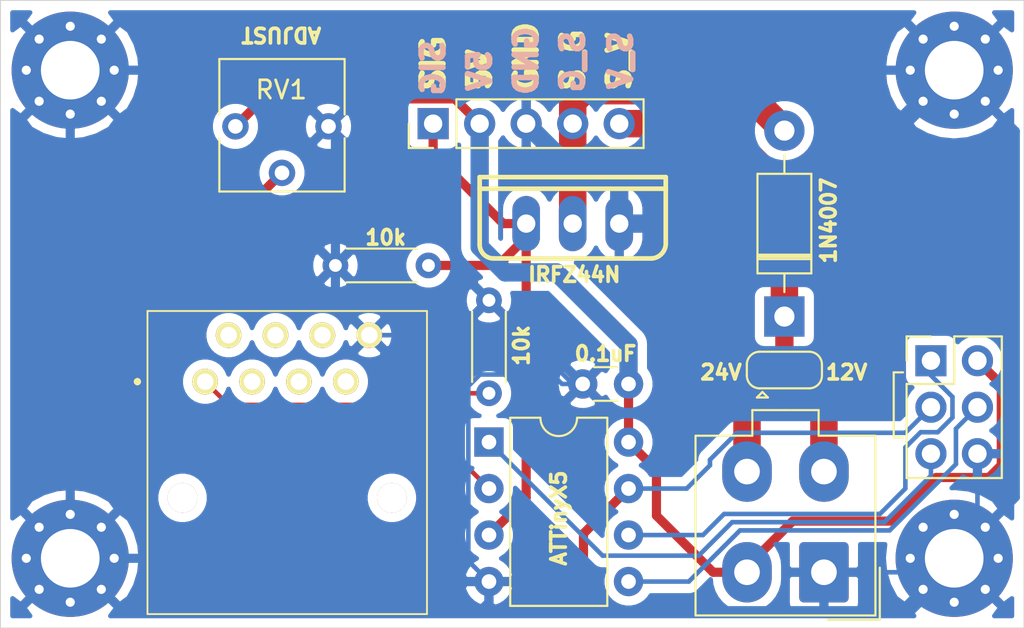
<source format=kicad_pcb>
(kicad_pcb (version 20171130) (host pcbnew "(5.1.6)-1")

  (general
    (thickness 1.6)
    (drawings 26)
    (tracks 135)
    (zones 0)
    (modules 16)
    (nets 19)
  )

  (page A4)
  (layers
    (0 F.Cu signal hide)
    (31 B.Cu signal hide)
    (32 B.Adhes user)
    (33 F.Adhes user)
    (34 B.Paste user)
    (35 F.Paste user)
    (36 B.SilkS user)
    (37 F.SilkS user)
    (38 B.Mask user)
    (39 F.Mask user)
    (40 Dwgs.User user)
    (41 Cmts.User user)
    (42 Eco1.User user)
    (43 Eco2.User user)
    (44 Edge.Cuts user)
    (45 Margin user)
    (46 B.CrtYd user hide)
    (47 F.CrtYd user hide)
    (48 B.Fab user)
    (49 F.Fab user hide)
  )

  (setup
    (last_trace_width 0.5)
    (user_trace_width 0.5)
    (user_trace_width 1)
    (user_trace_width 1.5)
    (trace_clearance 0.2)
    (zone_clearance 0.508)
    (zone_45_only no)
    (trace_min 0.2)
    (via_size 0.8)
    (via_drill 0.4)
    (via_min_size 0.4)
    (via_min_drill 0.3)
    (uvia_size 0.3)
    (uvia_drill 0.1)
    (uvias_allowed no)
    (uvia_min_size 0.2)
    (uvia_min_drill 0.1)
    (edge_width 0.05)
    (segment_width 0.2)
    (pcb_text_width 0.3)
    (pcb_text_size 1.5 1.5)
    (mod_edge_width 0.12)
    (mod_text_size 1 1)
    (mod_text_width 0.15)
    (pad_size 1.524 1.524)
    (pad_drill 0.762)
    (pad_to_mask_clearance 0.051)
    (solder_mask_min_width 0.25)
    (aux_axis_origin 0 0)
    (visible_elements 7FFFFF7F)
    (pcbplotparams
      (layerselection 0x010fc_ffffffff)
      (usegerberextensions false)
      (usegerberattributes false)
      (usegerberadvancedattributes false)
      (creategerberjobfile false)
      (excludeedgelayer true)
      (linewidth 0.100000)
      (plotframeref false)
      (viasonmask false)
      (mode 1)
      (useauxorigin false)
      (hpglpennumber 1)
      (hpglpenspeed 20)
      (hpglpendiameter 15.000000)
      (psnegative false)
      (psa4output false)
      (plotreference true)
      (plotvalue true)
      (plotinvisibletext false)
      (padsonsilk false)
      (subtractmaskfromsilk false)
      (outputformat 1)
      (mirror false)
      (drillshape 1)
      (scaleselection 1)
      (outputdirectory ""))
  )

  (net 0 "")
  (net 1 1)
  (net 2 GND)
  (net 3 5V)
  (net 4 12V)
  (net 5 24V)
  (net 6 "Net-(J2-Pad2)")
  (net 7 "Net-(J2-Pad3)")
  (net 8 "Net-(J2-Pad4)")
  (net 9 "Net-(J2-Pad5)")
  (net 10 "Net-(J2-Pad6)")
  (net 11 "Net-(J2-Pad7)")
  (net 12 SOL_PWR)
  (net 13 SOL_GND)
  (net 14 OUT)
  (net 15 MISO)
  (net 16 SCK)
  (net 17 MOSI)
  (net 18 RST)

  (net_class Default "This is the default net class."
    (clearance 0.2)
    (trace_width 0.25)
    (via_dia 0.8)
    (via_drill 0.4)
    (uvia_dia 0.3)
    (uvia_drill 0.1)
    (add_net 1)
    (add_net 12V)
    (add_net 24V)
    (add_net 5V)
    (add_net GND)
    (add_net MISO)
    (add_net MOSI)
    (add_net "Net-(J2-Pad2)")
    (add_net "Net-(J2-Pad3)")
    (add_net "Net-(J2-Pad4)")
    (add_net "Net-(J2-Pad5)")
    (add_net "Net-(J2-Pad6)")
    (add_net "Net-(J2-Pad7)")
    (add_net OUT)
    (add_net RST)
    (add_net SCK)
    (add_net SOL_GND)
    (add_net SOL_PWR)
  )

  (module 949:949 (layer F.Cu) (tedit 5E9524B6) (tstamp 5E958056)
    (at 101.346 91.948)
    (descr 949)
    (tags Connector)
    (path /5E952BC7)
    (fp_text reference J2 (at 4.155 4.42) (layer F.SilkS) hide
      (effects (font (size 1.27 1.27) (thickness 0.254)))
    )
    (fp_text value 949 (at 4.155 4.42) (layer F.SilkS) hide
      (effects (font (size 1.27 1.27) (thickness 0.254)))
    )
    (fp_line (start -3.7 0.1) (end -3.7 0.1) (layer F.SilkS) (width 0.2))
    (fp_line (start -3.7 -0.1) (end -3.7 -0.1) (layer F.SilkS) (width 0.2))
    (fp_line (start -4.8 13.7) (end -4.8 -4.86) (layer Dwgs.User) (width 0.1))
    (fp_line (start 13.11 13.7) (end -4.8 13.7) (layer Dwgs.User) (width 0.1))
    (fp_line (start 13.11 -4.86) (end 13.11 13.7) (layer Dwgs.User) (width 0.1))
    (fp_line (start -4.8 -4.86) (end 13.11 -4.86) (layer Dwgs.User) (width 0.1))
    (fp_line (start -3.15 12.7) (end -3.15 -3.86) (layer F.SilkS) (width 0.1))
    (fp_line (start 12.11 12.7) (end -3.15 12.7) (layer F.SilkS) (width 0.1))
    (fp_line (start 12.11 -3.86) (end 12.11 12.7) (layer F.SilkS) (width 0.1))
    (fp_line (start -3.15 -3.86) (end 12.11 -3.86) (layer F.SilkS) (width 0.1))
    (fp_line (start -3.15 12.7) (end -3.15 -3.86) (layer Dwgs.User) (width 0.2))
    (fp_line (start 12.11 12.7) (end -3.15 12.7) (layer Dwgs.User) (width 0.2))
    (fp_line (start 12.11 -3.86) (end 12.11 12.7) (layer Dwgs.User) (width 0.2))
    (fp_line (start -3.15 -3.86) (end 12.11 -3.86) (layer Dwgs.User) (width 0.2))
    (fp_arc (start -3.7 0) (end -3.7 -0.1) (angle 180) (layer F.SilkS) (width 0.2))
    (fp_arc (start -3.7 0) (end -3.7 0.1) (angle 180) (layer F.SilkS) (width 0.2))
    (pad 1 thru_hole circle (at 0 0 90) (size 1.4 1.4) (drill 0.9) (layers *.Cu *.Mask F.SilkS)
      (net 1 1))
    (pad 2 thru_hole circle (at 1.28 -2.54 90) (size 1.4 1.4) (drill 0.9) (layers *.Cu *.Mask F.SilkS)
      (net 6 "Net-(J2-Pad2)"))
    (pad 3 thru_hole circle (at 2.56 0 90) (size 1.4 1.4) (drill 0.9) (layers *.Cu *.Mask F.SilkS)
      (net 7 "Net-(J2-Pad3)"))
    (pad 4 thru_hole circle (at 3.84 -2.54 90) (size 1.4 1.4) (drill 0.9) (layers *.Cu *.Mask F.SilkS)
      (net 8 "Net-(J2-Pad4)"))
    (pad 5 thru_hole circle (at 5.12 0 90) (size 1.4 1.4) (drill 0.9) (layers *.Cu *.Mask F.SilkS)
      (net 9 "Net-(J2-Pad5)"))
    (pad 6 thru_hole circle (at 6.4 -2.54 90) (size 1.4 1.4) (drill 0.9) (layers *.Cu *.Mask F.SilkS)
      (net 10 "Net-(J2-Pad6)"))
    (pad 7 thru_hole circle (at 7.68 0 90) (size 1.4 1.4) (drill 0.9) (layers *.Cu *.Mask F.SilkS)
      (net 11 "Net-(J2-Pad7)"))
    (pad 8 thru_hole circle (at 8.96 -2.54 90) (size 1.4 1.4) (drill 0.9) (layers *.Cu *.Mask F.SilkS)
      (net 2 GND))
    (pad 9 thru_hole circle (at -1.235 6.35 90) (size 1.625 1.625) (drill 3.25) (layers *.Cu *.Mask F.SilkS))
    (pad 10 thru_hole circle (at 10.195 6.35 90) (size 1.625 1.625) (drill 3.25) (layers *.Cu *.Mask F.SilkS))
    (model ${KIPRJMOD}/../libs/Keystone949/949.stp
      (at (xyz 0 0 0))
      (scale (xyz 1 1 1))
      (rotate (xyz 0 0 0))
    )
  )

  (module Connector_Molex:Molex_Mini-Fit_Jr_5566-04A_2x02_P4.20mm_Vertical (layer F.Cu) (tedit 5B781992) (tstamp 5E95808C)
    (at 135.128 102.362 180)
    (descr "Molex Mini-Fit Jr. Power Connectors, old mpn/engineering number: 5566-04A, example for new mpn: 39-28-x04x, 2 Pins per row, Mounting:  (http://www.molex.com/pdm_docs/sd/039281043_sd.pdf), generated with kicad-footprint-generator")
    (tags "connector Molex Mini-Fit_Jr side entry")
    (path /5E95382E)
    (fp_text reference J3 (at 2.032 -3.556) (layer F.SilkS) hide
      (effects (font (size 1 1) (thickness 0.15)))
    )
    (fp_text value MiniFitPower (at 2.1 9.95) (layer F.Fab)
      (effects (font (size 1 1) (thickness 0.15)))
    )
    (fp_line (start 7.4 -2.75) (end -3.2 -2.75) (layer F.CrtYd) (width 0.05))
    (fp_line (start 7.4 9.25) (end 7.4 -2.75) (layer F.CrtYd) (width 0.05))
    (fp_line (start -3.2 9.25) (end 7.4 9.25) (layer F.CrtYd) (width 0.05))
    (fp_line (start -3.2 -2.75) (end -3.2 9.25) (layer F.CrtYd) (width 0.05))
    (fp_line (start -3.05 -2.6) (end -3.05 0.25) (layer F.Fab) (width 0.1))
    (fp_line (start -0.2 -2.6) (end -3.05 -2.6) (layer F.Fab) (width 0.1))
    (fp_line (start -3.05 -2.6) (end -3.05 0.25) (layer F.SilkS) (width 0.12))
    (fp_line (start -0.2 -2.6) (end -3.05 -2.6) (layer F.SilkS) (width 0.12))
    (fp_line (start 3.91 8.86) (end 2.1 8.86) (layer F.SilkS) (width 0.12))
    (fp_line (start 3.91 7.46) (end 3.91 8.86) (layer F.SilkS) (width 0.12))
    (fp_line (start 7.01 7.46) (end 3.91 7.46) (layer F.SilkS) (width 0.12))
    (fp_line (start 7.01 -2.36) (end 7.01 7.46) (layer F.SilkS) (width 0.12))
    (fp_line (start 2.1 -2.36) (end 7.01 -2.36) (layer F.SilkS) (width 0.12))
    (fp_line (start 0.29 8.86) (end 2.1 8.86) (layer F.SilkS) (width 0.12))
    (fp_line (start 0.29 7.46) (end 0.29 8.86) (layer F.SilkS) (width 0.12))
    (fp_line (start -2.81 7.46) (end 0.29 7.46) (layer F.SilkS) (width 0.12))
    (fp_line (start -2.81 -2.36) (end -2.81 7.46) (layer F.SilkS) (width 0.12))
    (fp_line (start 2.1 -2.36) (end -2.81 -2.36) (layer F.SilkS) (width 0.12))
    (fp_line (start 5.85 2.3) (end 2.55 2.3) (layer F.Fab) (width 0.1))
    (fp_line (start 5.85 -0.175) (end 5.85 2.3) (layer F.Fab) (width 0.1))
    (fp_line (start 5.025 -1) (end 5.85 -0.175) (layer F.Fab) (width 0.1))
    (fp_line (start 3.375 -1) (end 5.025 -1) (layer F.Fab) (width 0.1))
    (fp_line (start 2.55 -0.175) (end 3.375 -1) (layer F.Fab) (width 0.1))
    (fp_line (start 2.55 2.3) (end 2.55 -0.175) (layer F.Fab) (width 0.1))
    (fp_line (start 5.85 3.2) (end 2.55 3.2) (layer F.Fab) (width 0.1))
    (fp_line (start 5.85 6.5) (end 5.85 3.2) (layer F.Fab) (width 0.1))
    (fp_line (start 2.55 6.5) (end 5.85 6.5) (layer F.Fab) (width 0.1))
    (fp_line (start 2.55 3.2) (end 2.55 6.5) (layer F.Fab) (width 0.1))
    (fp_line (start 1.65 6.5) (end -1.65 6.5) (layer F.Fab) (width 0.1))
    (fp_line (start 1.65 4.025) (end 1.65 6.5) (layer F.Fab) (width 0.1))
    (fp_line (start 0.825 3.2) (end 1.65 4.025) (layer F.Fab) (width 0.1))
    (fp_line (start -0.825 3.2) (end 0.825 3.2) (layer F.Fab) (width 0.1))
    (fp_line (start -1.65 4.025) (end -0.825 3.2) (layer F.Fab) (width 0.1))
    (fp_line (start -1.65 6.5) (end -1.65 4.025) (layer F.Fab) (width 0.1))
    (fp_line (start 1.65 -1) (end -1.65 -1) (layer F.Fab) (width 0.1))
    (fp_line (start 1.65 2.3) (end 1.65 -1) (layer F.Fab) (width 0.1))
    (fp_line (start -1.65 2.3) (end 1.65 2.3) (layer F.Fab) (width 0.1))
    (fp_line (start -1.65 -1) (end -1.65 2.3) (layer F.Fab) (width 0.1))
    (fp_line (start 3.8 8.75) (end 3.8 7.35) (layer F.Fab) (width 0.1))
    (fp_line (start 0.4 8.75) (end 3.8 8.75) (layer F.Fab) (width 0.1))
    (fp_line (start 0.4 7.35) (end 0.4 8.75) (layer F.Fab) (width 0.1))
    (fp_line (start 6.9 -2.25) (end -2.7 -2.25) (layer F.Fab) (width 0.1))
    (fp_line (start 6.9 7.35) (end 6.9 -2.25) (layer F.Fab) (width 0.1))
    (fp_line (start -2.7 7.35) (end 6.9 7.35) (layer F.Fab) (width 0.1))
    (fp_line (start -2.7 -2.25) (end -2.7 7.35) (layer F.Fab) (width 0.1))
    (fp_text user %R (at 2.1 -1.55) (layer F.Fab)
      (effects (font (size 1 1) (thickness 0.15)))
    )
    (pad 1 thru_hole roundrect (at 0 0 180) (size 2.7 3.3) (drill 1.4) (layers *.Cu *.Mask) (roundrect_rratio 0.09259299999999999)
      (net 2 GND))
    (pad 2 thru_hole oval (at 4.2 0 180) (size 2.7 3.3) (drill 1.4) (layers *.Cu *.Mask)
      (net 3 5V))
    (pad 3 thru_hole oval (at 0 5.5 180) (size 2.7 3.3) (drill 1.4) (layers *.Cu *.Mask)
      (net 4 12V))
    (pad 4 thru_hole oval (at 4.2 5.5 180) (size 2.7 3.3) (drill 1.4) (layers *.Cu *.Mask)
      (net 5 24V))
    (model ${KIPRJMOD}/../libs/039281043.stp
      (offset (xyz 2.1 -2.5 0))
      (scale (xyz 1 1 1))
      (rotate (xyz -90 0 180))
    )
  )

  (module MountingHole:MountingHole_3.2mm_M3_Pad_Via (layer F.Cu) (tedit 56DDBCCA) (tstamp 5E958AD6)
    (at 93.98 101.6)
    (descr "Mounting Hole 3.2mm, M3")
    (tags "mounting hole 3.2mm m3")
    (path /5E9547C8)
    (attr virtual)
    (fp_text reference H1 (at 0 -4.2) (layer F.SilkS) hide
      (effects (font (size 1 1) (thickness 0.15)))
    )
    (fp_text value MountingHole_Pad (at 0 4.2) (layer F.Fab)
      (effects (font (size 1 1) (thickness 0.15)))
    )
    (fp_circle (center 0 0) (end 3.45 0) (layer F.CrtYd) (width 0.05))
    (fp_circle (center 0 0) (end 3.2 0) (layer Cmts.User) (width 0.15))
    (fp_text user %R (at 0.3 0) (layer F.Fab)
      (effects (font (size 1 1) (thickness 0.15)))
    )
    (pad 1 thru_hole circle (at 0 0) (size 6.4 6.4) (drill 3.2) (layers *.Cu *.Mask)
      (net 2 GND))
    (pad 1 thru_hole circle (at 2.4 0) (size 0.8 0.8) (drill 0.5) (layers *.Cu *.Mask)
      (net 2 GND))
    (pad 1 thru_hole circle (at 1.697056 1.697056) (size 0.8 0.8) (drill 0.5) (layers *.Cu *.Mask)
      (net 2 GND))
    (pad 1 thru_hole circle (at 0 2.4) (size 0.8 0.8) (drill 0.5) (layers *.Cu *.Mask)
      (net 2 GND))
    (pad 1 thru_hole circle (at -1.697056 1.697056) (size 0.8 0.8) (drill 0.5) (layers *.Cu *.Mask)
      (net 2 GND))
    (pad 1 thru_hole circle (at -2.4 0) (size 0.8 0.8) (drill 0.5) (layers *.Cu *.Mask)
      (net 2 GND))
    (pad 1 thru_hole circle (at -1.697056 -1.697056) (size 0.8 0.8) (drill 0.5) (layers *.Cu *.Mask)
      (net 2 GND))
    (pad 1 thru_hole circle (at 0 -2.4) (size 0.8 0.8) (drill 0.5) (layers *.Cu *.Mask)
      (net 2 GND))
    (pad 1 thru_hole circle (at 1.697056 -1.697056) (size 0.8 0.8) (drill 0.5) (layers *.Cu *.Mask)
      (net 2 GND))
  )

  (module MountingHole:MountingHole_3.2mm_M3_Pad_Via (layer F.Cu) (tedit 56DDBCCA) (tstamp 5E958A08)
    (at 142.24 101.6)
    (descr "Mounting Hole 3.2mm, M3")
    (tags "mounting hole 3.2mm m3")
    (path /5E954AB6)
    (attr virtual)
    (fp_text reference H2 (at 0 -4.2) (layer F.SilkS) hide
      (effects (font (size 1 1) (thickness 0.15)))
    )
    (fp_text value MountingHole_Pad (at 0 4.2) (layer F.Fab)
      (effects (font (size 1 1) (thickness 0.15)))
    )
    (fp_circle (center 0 0) (end 3.2 0) (layer Cmts.User) (width 0.15))
    (fp_circle (center 0 0) (end 3.45 0) (layer F.CrtYd) (width 0.05))
    (fp_text user %R (at 0.3 0) (layer F.Fab)
      (effects (font (size 1 1) (thickness 0.15)))
    )
    (pad 1 thru_hole circle (at 1.697056 -1.697056) (size 0.8 0.8) (drill 0.5) (layers *.Cu *.Mask)
      (net 2 GND))
    (pad 1 thru_hole circle (at 0 -2.4) (size 0.8 0.8) (drill 0.5) (layers *.Cu *.Mask)
      (net 2 GND))
    (pad 1 thru_hole circle (at -1.697056 -1.697056) (size 0.8 0.8) (drill 0.5) (layers *.Cu *.Mask)
      (net 2 GND))
    (pad 1 thru_hole circle (at -2.4 0) (size 0.8 0.8) (drill 0.5) (layers *.Cu *.Mask)
      (net 2 GND))
    (pad 1 thru_hole circle (at -1.697056 1.697056) (size 0.8 0.8) (drill 0.5) (layers *.Cu *.Mask)
      (net 2 GND))
    (pad 1 thru_hole circle (at 0 2.4) (size 0.8 0.8) (drill 0.5) (layers *.Cu *.Mask)
      (net 2 GND))
    (pad 1 thru_hole circle (at 1.697056 1.697056) (size 0.8 0.8) (drill 0.5) (layers *.Cu *.Mask)
      (net 2 GND))
    (pad 1 thru_hole circle (at 2.4 0) (size 0.8 0.8) (drill 0.5) (layers *.Cu *.Mask)
      (net 2 GND))
    (pad 1 thru_hole circle (at 0 0) (size 6.4 6.4) (drill 3.2) (layers *.Cu *.Mask)
      (net 2 GND))
  )

  (module MountingHole:MountingHole_3.2mm_M3_Pad_Via (layer F.Cu) (tedit 56DDBCCA) (tstamp 5E958A18)
    (at 93.98 74.93)
    (descr "Mounting Hole 3.2mm, M3")
    (tags "mounting hole 3.2mm m3")
    (path /5E954DBF)
    (attr virtual)
    (fp_text reference H3 (at 0 -4.2) (layer F.SilkS) hide
      (effects (font (size 1 1) (thickness 0.15)))
    )
    (fp_text value MountingHole_Pad (at 0 4.2) (layer F.Fab)
      (effects (font (size 1 1) (thickness 0.15)))
    )
    (fp_circle (center 0 0) (end 3.45 0) (layer F.CrtYd) (width 0.05))
    (fp_circle (center 0 0) (end 3.2 0) (layer Cmts.User) (width 0.15))
    (fp_text user %R (at 0.3 0) (layer F.Fab)
      (effects (font (size 1 1) (thickness 0.15)))
    )
    (pad 1 thru_hole circle (at 0 0) (size 6.4 6.4) (drill 3.2) (layers *.Cu *.Mask)
      (net 2 GND))
    (pad 1 thru_hole circle (at 2.4 0) (size 0.8 0.8) (drill 0.5) (layers *.Cu *.Mask)
      (net 2 GND))
    (pad 1 thru_hole circle (at 1.697056 1.697056) (size 0.8 0.8) (drill 0.5) (layers *.Cu *.Mask)
      (net 2 GND))
    (pad 1 thru_hole circle (at 0 2.4) (size 0.8 0.8) (drill 0.5) (layers *.Cu *.Mask)
      (net 2 GND))
    (pad 1 thru_hole circle (at -1.697056 1.697056) (size 0.8 0.8) (drill 0.5) (layers *.Cu *.Mask)
      (net 2 GND))
    (pad 1 thru_hole circle (at -2.4 0) (size 0.8 0.8) (drill 0.5) (layers *.Cu *.Mask)
      (net 2 GND))
    (pad 1 thru_hole circle (at -1.697056 -1.697056) (size 0.8 0.8) (drill 0.5) (layers *.Cu *.Mask)
      (net 2 GND))
    (pad 1 thru_hole circle (at 0 -2.4) (size 0.8 0.8) (drill 0.5) (layers *.Cu *.Mask)
      (net 2 GND))
    (pad 1 thru_hole circle (at 1.697056 -1.697056) (size 0.8 0.8) (drill 0.5) (layers *.Cu *.Mask)
      (net 2 GND))
  )

  (module MountingHole:MountingHole_3.2mm_M3_Pad_Via (layer F.Cu) (tedit 56DDBCCA) (tstamp 5E958A28)
    (at 142.24 74.93)
    (descr "Mounting Hole 3.2mm, M3")
    (tags "mounting hole 3.2mm m3")
    (path /5E9550BB)
    (attr virtual)
    (fp_text reference H4 (at 0 -4.2) (layer F.SilkS) hide
      (effects (font (size 1 1) (thickness 0.15)))
    )
    (fp_text value MountingHole_Pad (at 0 4.2) (layer F.Fab)
      (effects (font (size 1 1) (thickness 0.15)))
    )
    (fp_circle (center 0 0) (end 3.2 0) (layer Cmts.User) (width 0.15))
    (fp_circle (center 0 0) (end 3.45 0) (layer F.CrtYd) (width 0.05))
    (fp_text user %R (at 0.3 0) (layer F.Fab)
      (effects (font (size 1 1) (thickness 0.15)))
    )
    (pad 1 thru_hole circle (at 1.697056 -1.697056) (size 0.8 0.8) (drill 0.5) (layers *.Cu *.Mask)
      (net 2 GND))
    (pad 1 thru_hole circle (at 0 -2.4) (size 0.8 0.8) (drill 0.5) (layers *.Cu *.Mask)
      (net 2 GND))
    (pad 1 thru_hole circle (at -1.697056 -1.697056) (size 0.8 0.8) (drill 0.5) (layers *.Cu *.Mask)
      (net 2 GND))
    (pad 1 thru_hole circle (at -2.4 0) (size 0.8 0.8) (drill 0.5) (layers *.Cu *.Mask)
      (net 2 GND))
    (pad 1 thru_hole circle (at -1.697056 1.697056) (size 0.8 0.8) (drill 0.5) (layers *.Cu *.Mask)
      (net 2 GND))
    (pad 1 thru_hole circle (at 0 2.4) (size 0.8 0.8) (drill 0.5) (layers *.Cu *.Mask)
      (net 2 GND))
    (pad 1 thru_hole circle (at 1.697056 1.697056) (size 0.8 0.8) (drill 0.5) (layers *.Cu *.Mask)
      (net 2 GND))
    (pad 1 thru_hole circle (at 2.4 0) (size 0.8 0.8) (drill 0.5) (layers *.Cu *.Mask)
      (net 2 GND))
    (pad 1 thru_hole circle (at 0 0) (size 6.4 6.4) (drill 3.2) (layers *.Cu *.Mask)
      (net 2 GND))
  )

  (module Capacitor_THT:C_Disc_D3.0mm_W1.6mm_P2.50mm (layer F.Cu) (tedit 5AE50EF0) (tstamp 5EA2E2B5)
    (at 124.46 92.075 180)
    (descr "C, Disc series, Radial, pin pitch=2.50mm, , diameter*width=3.0*1.6mm^2, Capacitor, http://www.vishay.com/docs/45233/krseries.pdf")
    (tags "C Disc series Radial pin pitch 2.50mm  diameter 3.0mm width 1.6mm Capacitor")
    (path /5EA2DD33)
    (fp_text reference C1 (at 1.25 -2.05) (layer F.SilkS) hide
      (effects (font (size 1 1) (thickness 0.15)))
    )
    (fp_text value 0.1uF (at 1.25 2.05) (layer F.Fab)
      (effects (font (size 1 1) (thickness 0.15)))
    )
    (fp_line (start 3.55 -1.05) (end -1.05 -1.05) (layer F.CrtYd) (width 0.05))
    (fp_line (start 3.55 1.05) (end 3.55 -1.05) (layer F.CrtYd) (width 0.05))
    (fp_line (start -1.05 1.05) (end 3.55 1.05) (layer F.CrtYd) (width 0.05))
    (fp_line (start -1.05 -1.05) (end -1.05 1.05) (layer F.CrtYd) (width 0.05))
    (fp_line (start 0.621 0.92) (end 1.879 0.92) (layer F.SilkS) (width 0.12))
    (fp_line (start 0.621 -0.92) (end 1.879 -0.92) (layer F.SilkS) (width 0.12))
    (fp_line (start 2.75 -0.8) (end -0.25 -0.8) (layer F.Fab) (width 0.1))
    (fp_line (start 2.75 0.8) (end 2.75 -0.8) (layer F.Fab) (width 0.1))
    (fp_line (start -0.25 0.8) (end 2.75 0.8) (layer F.Fab) (width 0.1))
    (fp_line (start -0.25 -0.8) (end -0.25 0.8) (layer F.Fab) (width 0.1))
    (fp_text user %R (at 1.25 0) (layer F.Fab)
      (effects (font (size 0.6 0.6) (thickness 0.09)))
    )
    (pad 1 thru_hole circle (at 0 0 180) (size 1.6 1.6) (drill 0.8) (layers *.Cu *.Mask)
      (net 3 5V))
    (pad 2 thru_hole circle (at 2.5 0 180) (size 1.6 1.6) (drill 0.8) (layers *.Cu *.Mask)
      (net 2 GND))
    (model ${KISYS3DMOD}/Capacitor_THT.3dshapes/C_Disc_D3.0mm_W1.6mm_P2.50mm.wrl
      (at (xyz 0 0 0))
      (scale (xyz 1 1 1))
      (rotate (xyz 0 0 0))
    )
  )

  (module Diode_THT:D_DO-41_SOD81_P10.16mm_Horizontal (layer F.Cu) (tedit 5AE50CD5) (tstamp 5EA2DBEA)
    (at 132.969 88.392 90)
    (descr "Diode, DO-41_SOD81 series, Axial, Horizontal, pin pitch=10.16mm, , length*diameter=5.2*2.7mm^2, , http://www.diodes.com/_files/packages/DO-41%20(Plastic).pdf")
    (tags "Diode DO-41_SOD81 series Axial Horizontal pin pitch 10.16mm  length 5.2mm diameter 2.7mm")
    (path /5EA21B37)
    (fp_text reference D1 (at 5.08 -2.47 90) (layer F.SilkS) hide
      (effects (font (size 1 1) (thickness 0.15)))
    )
    (fp_text value 1N4007 (at 5.08 2.47 90) (layer F.Fab)
      (effects (font (size 1 1) (thickness 0.15)))
    )
    (fp_line (start 11.51 -1.6) (end -1.35 -1.6) (layer F.CrtYd) (width 0.05))
    (fp_line (start 11.51 1.6) (end 11.51 -1.6) (layer F.CrtYd) (width 0.05))
    (fp_line (start -1.35 1.6) (end 11.51 1.6) (layer F.CrtYd) (width 0.05))
    (fp_line (start -1.35 -1.6) (end -1.35 1.6) (layer F.CrtYd) (width 0.05))
    (fp_line (start 3.14 -1.47) (end 3.14 1.47) (layer F.SilkS) (width 0.12))
    (fp_line (start 3.38 -1.47) (end 3.38 1.47) (layer F.SilkS) (width 0.12))
    (fp_line (start 3.26 -1.47) (end 3.26 1.47) (layer F.SilkS) (width 0.12))
    (fp_line (start 8.82 0) (end 7.8 0) (layer F.SilkS) (width 0.12))
    (fp_line (start 1.34 0) (end 2.36 0) (layer F.SilkS) (width 0.12))
    (fp_line (start 7.8 -1.47) (end 2.36 -1.47) (layer F.SilkS) (width 0.12))
    (fp_line (start 7.8 1.47) (end 7.8 -1.47) (layer F.SilkS) (width 0.12))
    (fp_line (start 2.36 1.47) (end 7.8 1.47) (layer F.SilkS) (width 0.12))
    (fp_line (start 2.36 -1.47) (end 2.36 1.47) (layer F.SilkS) (width 0.12))
    (fp_line (start 3.16 -1.35) (end 3.16 1.35) (layer F.Fab) (width 0.1))
    (fp_line (start 3.36 -1.35) (end 3.36 1.35) (layer F.Fab) (width 0.1))
    (fp_line (start 3.26 -1.35) (end 3.26 1.35) (layer F.Fab) (width 0.1))
    (fp_line (start 10.16 0) (end 7.68 0) (layer F.Fab) (width 0.1))
    (fp_line (start 0 0) (end 2.48 0) (layer F.Fab) (width 0.1))
    (fp_line (start 7.68 -1.35) (end 2.48 -1.35) (layer F.Fab) (width 0.1))
    (fp_line (start 7.68 1.35) (end 7.68 -1.35) (layer F.Fab) (width 0.1))
    (fp_line (start 2.48 1.35) (end 7.68 1.35) (layer F.Fab) (width 0.1))
    (fp_line (start 2.48 -1.35) (end 2.48 1.35) (layer F.Fab) (width 0.1))
    (fp_text user %R (at 5.47 0 90) (layer F.Fab)
      (effects (font (size 1 1) (thickness 0.15)))
    )
    (fp_text user K (at 0 -2.1 90) (layer F.Fab)
      (effects (font (size 1 1) (thickness 0.15)))
    )
    (fp_text user K (at 1.016 2.667 90) (layer F.SilkS) hide
      (effects (font (size 1 1) (thickness 0.15)))
    )
    (pad 1 thru_hole rect (at 0 0 90) (size 2.2 2.2) (drill 1.1) (layers *.Cu *.Mask)
      (net 12 SOL_PWR))
    (pad 2 thru_hole oval (at 10.16 0 90) (size 2.2 2.2) (drill 1.1) (layers *.Cu *.Mask)
      (net 13 SOL_GND))
    (model ${KISYS3DMOD}/Diode_THT.3dshapes/D_DO-41_SOD81_P10.16mm_Horizontal.wrl
      (at (xyz 0 0 0))
      (scale (xyz 1 1 1))
      (rotate (xyz 0 0 0))
    )
  )

  (module Connector_PinHeader_2.54mm:PinHeader_1x05_P2.54mm_Vertical (layer F.Cu) (tedit 59FED5CC) (tstamp 5EA2DC03)
    (at 113.792 77.851 90)
    (descr "Through hole straight pin header, 1x05, 2.54mm pitch, single row")
    (tags "Through hole pin header THT 1x05 2.54mm single row")
    (path /5EA2C2EF)
    (fp_text reference J1 (at 0 -2.33 90) (layer F.SilkS) hide
      (effects (font (size 1 1) (thickness 0.15)))
    )
    (fp_text value Conn_01x05 (at 0 12.49 90) (layer F.Fab)
      (effects (font (size 1 1) (thickness 0.15)))
    )
    (fp_line (start 1.8 -1.8) (end -1.8 -1.8) (layer F.CrtYd) (width 0.05))
    (fp_line (start 1.8 11.95) (end 1.8 -1.8) (layer F.CrtYd) (width 0.05))
    (fp_line (start -1.8 11.95) (end 1.8 11.95) (layer F.CrtYd) (width 0.05))
    (fp_line (start -1.8 -1.8) (end -1.8 11.95) (layer F.CrtYd) (width 0.05))
    (fp_line (start -1.33 -1.33) (end 0 -1.33) (layer F.SilkS) (width 0.12))
    (fp_line (start -1.33 0) (end -1.33 -1.33) (layer F.SilkS) (width 0.12))
    (fp_line (start -1.33 1.27) (end 1.33 1.27) (layer F.SilkS) (width 0.12))
    (fp_line (start 1.33 1.27) (end 1.33 11.49) (layer F.SilkS) (width 0.12))
    (fp_line (start -1.33 1.27) (end -1.33 11.49) (layer F.SilkS) (width 0.12))
    (fp_line (start -1.33 11.49) (end 1.33 11.49) (layer F.SilkS) (width 0.12))
    (fp_line (start -1.27 -0.635) (end -0.635 -1.27) (layer F.Fab) (width 0.1))
    (fp_line (start -1.27 11.43) (end -1.27 -0.635) (layer F.Fab) (width 0.1))
    (fp_line (start 1.27 11.43) (end -1.27 11.43) (layer F.Fab) (width 0.1))
    (fp_line (start 1.27 -1.27) (end 1.27 11.43) (layer F.Fab) (width 0.1))
    (fp_line (start -0.635 -1.27) (end 1.27 -1.27) (layer F.Fab) (width 0.1))
    (fp_text user %R (at 0 5.08) (layer F.Fab)
      (effects (font (size 1 1) (thickness 0.15)))
    )
    (pad 1 thru_hole rect (at 0 0 90) (size 1.7 1.7) (drill 1) (layers *.Cu *.Mask)
      (net 14 OUT))
    (pad 2 thru_hole oval (at 0 2.54 90) (size 1.7 1.7) (drill 1) (layers *.Cu *.Mask)
      (net 3 5V))
    (pad 3 thru_hole oval (at 0 5.08 90) (size 1.7 1.7) (drill 1) (layers *.Cu *.Mask)
      (net 2 GND))
    (pad 4 thru_hole oval (at 0 7.62 90) (size 1.7 1.7) (drill 1) (layers *.Cu *.Mask)
      (net 13 SOL_GND))
    (pad 5 thru_hole oval (at 0 10.16 90) (size 1.7 1.7) (drill 1) (layers *.Cu *.Mask)
      (net 12 SOL_PWR))
    (model ${KISYS3DMOD}/Connector_PinHeader_2.54mm.3dshapes/PinHeader_1x05_P2.54mm_Vertical.wrl
      (at (xyz 0 0 0))
      (scale (xyz 1 1 1))
      (rotate (xyz 0 0 0))
    )
  )

  (module Connector_PinHeader_2.54mm:PinHeader_2x03_P2.54mm_Vertical (layer F.Cu) (tedit 59FED5CC) (tstamp 5EA2DC1F)
    (at 140.97 90.805)
    (descr "Through hole straight pin header, 2x03, 2.54mm pitch, double rows")
    (tags "Through hole pin header THT 2x03 2.54mm double row")
    (path /5EA2FD64)
    (fp_text reference J4 (at 1.27 -2.33) (layer F.SilkS) hide
      (effects (font (size 1 1) (thickness 0.15)))
    )
    (fp_text value ICSP (at 1.27 7.41) (layer F.Fab)
      (effects (font (size 1 1) (thickness 0.15)))
    )
    (fp_line (start 4.35 -1.8) (end -1.8 -1.8) (layer F.CrtYd) (width 0.05))
    (fp_line (start 4.35 6.85) (end 4.35 -1.8) (layer F.CrtYd) (width 0.05))
    (fp_line (start -1.8 6.85) (end 4.35 6.85) (layer F.CrtYd) (width 0.05))
    (fp_line (start -1.8 -1.8) (end -1.8 6.85) (layer F.CrtYd) (width 0.05))
    (fp_line (start -1.33 -1.33) (end 0 -1.33) (layer F.SilkS) (width 0.12))
    (fp_line (start -1.33 0) (end -1.33 -1.33) (layer F.SilkS) (width 0.12))
    (fp_line (start 1.27 -1.33) (end 3.87 -1.33) (layer F.SilkS) (width 0.12))
    (fp_line (start 1.27 1.27) (end 1.27 -1.33) (layer F.SilkS) (width 0.12))
    (fp_line (start -1.33 1.27) (end 1.27 1.27) (layer F.SilkS) (width 0.12))
    (fp_line (start 3.87 -1.33) (end 3.87 6.41) (layer F.SilkS) (width 0.12))
    (fp_line (start -1.33 1.27) (end -1.33 6.41) (layer F.SilkS) (width 0.12))
    (fp_line (start -1.33 6.41) (end 3.87 6.41) (layer F.SilkS) (width 0.12))
    (fp_line (start -1.27 0) (end 0 -1.27) (layer F.Fab) (width 0.1))
    (fp_line (start -1.27 6.35) (end -1.27 0) (layer F.Fab) (width 0.1))
    (fp_line (start 3.81 6.35) (end -1.27 6.35) (layer F.Fab) (width 0.1))
    (fp_line (start 3.81 -1.27) (end 3.81 6.35) (layer F.Fab) (width 0.1))
    (fp_line (start 0 -1.27) (end 3.81 -1.27) (layer F.Fab) (width 0.1))
    (fp_text user %R (at 1.27 2.54 90) (layer F.Fab)
      (effects (font (size 1 1) (thickness 0.15)))
    )
    (pad 1 thru_hole rect (at 0 0) (size 1.7 1.7) (drill 1) (layers *.Cu *.Mask)
      (net 15 MISO))
    (pad 2 thru_hole oval (at 2.54 0) (size 1.7 1.7) (drill 1) (layers *.Cu *.Mask)
      (net 3 5V))
    (pad 3 thru_hole oval (at 0 2.54) (size 1.7 1.7) (drill 1) (layers *.Cu *.Mask)
      (net 16 SCK))
    (pad 4 thru_hole oval (at 2.54 2.54) (size 1.7 1.7) (drill 1) (layers *.Cu *.Mask)
      (net 17 MOSI))
    (pad 5 thru_hole oval (at 0 5.08) (size 1.7 1.7) (drill 1) (layers *.Cu *.Mask)
      (net 18 RST))
    (pad 6 thru_hole oval (at 2.54 5.08) (size 1.7 1.7) (drill 1) (layers *.Cu *.Mask)
      (net 2 GND))
    (model ${KISYS3DMOD}/Connector_PinHeader_2.54mm.3dshapes/PinHeader_2x03_P2.54mm_Vertical.wrl
      (at (xyz 0 0 0))
      (scale (xyz 1 1 1))
      (rotate (xyz 0 0 0))
    )
  )

  (module Jumper:SolderJumper-3_P1.3mm_Open_RoundedPad1.0x1.5mm (layer F.Cu) (tedit 5B391EB7) (tstamp 5EA2DC35)
    (at 132.969 91.313)
    (descr "SMD Solder 3-pad Jumper, 1x1.5mm rounded Pads, 0.3mm gap, open")
    (tags "solder jumper open")
    (path /5EA25481)
    (attr virtual)
    (fp_text reference JP1 (at 0 -1.8) (layer F.SilkS) hide
      (effects (font (size 1 1) (thickness 0.15)))
    )
    (fp_text value SolderJumper_3_Open (at 0 1.9) (layer F.Fab)
      (effects (font (size 1 1) (thickness 0.15)))
    )
    (fp_line (start 2.3 1.25) (end -2.3 1.25) (layer F.CrtYd) (width 0.05))
    (fp_line (start 2.3 1.25) (end 2.3 -1.25) (layer F.CrtYd) (width 0.05))
    (fp_line (start -2.3 -1.25) (end -2.3 1.25) (layer F.CrtYd) (width 0.05))
    (fp_line (start -2.3 -1.25) (end 2.3 -1.25) (layer F.CrtYd) (width 0.05))
    (fp_line (start -1.4 -1) (end 1.4 -1) (layer F.SilkS) (width 0.12))
    (fp_line (start 2.05 -0.3) (end 2.05 0.3) (layer F.SilkS) (width 0.12))
    (fp_line (start 1.4 1) (end -1.4 1) (layer F.SilkS) (width 0.12))
    (fp_line (start -2.05 0.3) (end -2.05 -0.3) (layer F.SilkS) (width 0.12))
    (fp_line (start -1.2 1.2) (end -1.5 1.5) (layer F.SilkS) (width 0.12))
    (fp_line (start -1.5 1.5) (end -0.9 1.5) (layer F.SilkS) (width 0.12))
    (fp_line (start -1.2 1.2) (end -0.9 1.5) (layer F.SilkS) (width 0.12))
    (fp_arc (start 1.35 -0.3) (end 2.05 -0.3) (angle -90) (layer F.SilkS) (width 0.12))
    (fp_arc (start 1.35 0.3) (end 1.35 1) (angle -90) (layer F.SilkS) (width 0.12))
    (fp_arc (start -1.35 0.3) (end -2.05 0.3) (angle -90) (layer F.SilkS) (width 0.12))
    (fp_arc (start -1.35 -0.3) (end -1.35 -1) (angle -90) (layer F.SilkS) (width 0.12))
    (pad 1 smd custom (at -1.3 0) (size 1 0.5) (layers F.Cu F.Mask)
      (net 5 24V) (zone_connect 2)
      (options (clearance outline) (anchor rect))
      (primitives
        (gr_circle (center 0 0.25) (end 0.5 0.25) (width 0))
        (gr_circle (center 0 -0.25) (end 0.5 -0.25) (width 0))
        (gr_poly (pts
           (xy 0.55 -0.75) (xy 0 -0.75) (xy 0 0.75) (xy 0.55 0.75)) (width 0))
      ))
    (pad 3 smd custom (at 1.3 0) (size 1 0.5) (layers F.Cu F.Mask)
      (net 4 12V) (zone_connect 2)
      (options (clearance outline) (anchor rect))
      (primitives
        (gr_circle (center 0 0.25) (end 0.5 0.25) (width 0))
        (gr_circle (center 0 -0.25) (end 0.5 -0.25) (width 0))
        (gr_poly (pts
           (xy -0.55 -0.75) (xy 0 -0.75) (xy 0 0.75) (xy -0.55 0.75)) (width 0))
      ))
    (pad 2 smd rect (at 0 0) (size 1 1.5) (layers F.Cu F.Mask)
      (net 12 SOL_PWR))
  )

  (module Resistor_THT:R_Axial_DIN0204_L3.6mm_D1.6mm_P5.08mm_Horizontal (layer F.Cu) (tedit 5AE5139B) (tstamp 5EA2DC48)
    (at 116.84 87.503 270)
    (descr "Resistor, Axial_DIN0204 series, Axial, Horizontal, pin pitch=5.08mm, 0.167W, length*diameter=3.6*1.6mm^2, http://cdn-reichelt.de/documents/datenblatt/B400/1_4W%23YAG.pdf")
    (tags "Resistor Axial_DIN0204 series Axial Horizontal pin pitch 5.08mm 0.167W length 3.6mm diameter 1.6mm")
    (path /5EA20099)
    (fp_text reference R1 (at 2.54 -1.92 90) (layer F.SilkS) hide
      (effects (font (size 1 1) (thickness 0.15)))
    )
    (fp_text value 10K (at 2.54 1.92 90) (layer F.Fab)
      (effects (font (size 1 1) (thickness 0.15)))
    )
    (fp_line (start 6.03 -1.05) (end -0.95 -1.05) (layer F.CrtYd) (width 0.05))
    (fp_line (start 6.03 1.05) (end 6.03 -1.05) (layer F.CrtYd) (width 0.05))
    (fp_line (start -0.95 1.05) (end 6.03 1.05) (layer F.CrtYd) (width 0.05))
    (fp_line (start -0.95 -1.05) (end -0.95 1.05) (layer F.CrtYd) (width 0.05))
    (fp_line (start 0.62 0.92) (end 4.46 0.92) (layer F.SilkS) (width 0.12))
    (fp_line (start 0.62 -0.92) (end 4.46 -0.92) (layer F.SilkS) (width 0.12))
    (fp_line (start 5.08 0) (end 4.34 0) (layer F.Fab) (width 0.1))
    (fp_line (start 0 0) (end 0.74 0) (layer F.Fab) (width 0.1))
    (fp_line (start 4.34 -0.8) (end 0.74 -0.8) (layer F.Fab) (width 0.1))
    (fp_line (start 4.34 0.8) (end 4.34 -0.8) (layer F.Fab) (width 0.1))
    (fp_line (start 0.74 0.8) (end 4.34 0.8) (layer F.Fab) (width 0.1))
    (fp_line (start 0.74 -0.8) (end 0.74 0.8) (layer F.Fab) (width 0.1))
    (fp_text user %R (at 2.54 0 90) (layer F.Fab)
      (effects (font (size 0.72 0.72) (thickness 0.108)))
    )
    (pad 1 thru_hole circle (at 0 0 270) (size 1.4 1.4) (drill 0.7) (layers *.Cu *.Mask)
      (net 2 GND))
    (pad 2 thru_hole oval (at 5.08 0 270) (size 1.4 1.4) (drill 0.7) (layers *.Cu *.Mask)
      (net 1 1))
    (model ${KISYS3DMOD}/Resistor_THT.3dshapes/R_Axial_DIN0204_L3.6mm_D1.6mm_P5.08mm_Horizontal.wrl
      (at (xyz 0 0 0))
      (scale (xyz 1 1 1))
      (rotate (xyz 0 0 0))
    )
  )

  (module Resistor_THT:R_Axial_DIN0204_L3.6mm_D1.6mm_P5.08mm_Horizontal (layer F.Cu) (tedit 5AE5139B) (tstamp 5EA2DC5B)
    (at 108.458 85.598)
    (descr "Resistor, Axial_DIN0204 series, Axial, Horizontal, pin pitch=5.08mm, 0.167W, length*diameter=3.6*1.6mm^2, http://cdn-reichelt.de/documents/datenblatt/B400/1_4W%23YAG.pdf")
    (tags "Resistor Axial_DIN0204 series Axial Horizontal pin pitch 5.08mm 0.167W length 3.6mm diameter 1.6mm")
    (path /5EA23EA2)
    (fp_text reference R2 (at 2.54 -1.92) (layer F.SilkS) hide
      (effects (font (size 1 1) (thickness 0.15)))
    )
    (fp_text value 10K (at 2.54 1.92) (layer F.Fab)
      (effects (font (size 1 1) (thickness 0.15)))
    )
    (fp_line (start 0.74 -0.8) (end 0.74 0.8) (layer F.Fab) (width 0.1))
    (fp_line (start 0.74 0.8) (end 4.34 0.8) (layer F.Fab) (width 0.1))
    (fp_line (start 4.34 0.8) (end 4.34 -0.8) (layer F.Fab) (width 0.1))
    (fp_line (start 4.34 -0.8) (end 0.74 -0.8) (layer F.Fab) (width 0.1))
    (fp_line (start 0 0) (end 0.74 0) (layer F.Fab) (width 0.1))
    (fp_line (start 5.08 0) (end 4.34 0) (layer F.Fab) (width 0.1))
    (fp_line (start 0.62 -0.92) (end 4.46 -0.92) (layer F.SilkS) (width 0.12))
    (fp_line (start 0.62 0.92) (end 4.46 0.92) (layer F.SilkS) (width 0.12))
    (fp_line (start -0.95 -1.05) (end -0.95 1.05) (layer F.CrtYd) (width 0.05))
    (fp_line (start -0.95 1.05) (end 6.03 1.05) (layer F.CrtYd) (width 0.05))
    (fp_line (start 6.03 1.05) (end 6.03 -1.05) (layer F.CrtYd) (width 0.05))
    (fp_line (start 6.03 -1.05) (end -0.95 -1.05) (layer F.CrtYd) (width 0.05))
    (fp_text user %R (at 2.54 0) (layer F.Fab)
      (effects (font (size 0.72 0.72) (thickness 0.108)))
    )
    (pad 2 thru_hole oval (at 5.08 0) (size 1.4 1.4) (drill 0.7) (layers *.Cu *.Mask)
      (net 14 OUT))
    (pad 1 thru_hole circle (at 0 0) (size 1.4 1.4) (drill 0.7) (layers *.Cu *.Mask)
      (net 2 GND))
    (model ${KISYS3DMOD}/Resistor_THT.3dshapes/R_Axial_DIN0204_L3.6mm_D1.6mm_P5.08mm_Horizontal.wrl
      (at (xyz 0 0 0))
      (scale (xyz 1 1 1))
      (rotate (xyz 0 0 0))
    )
  )

  (module IRFZ44:TO-220 (layer F.Cu) (tedit 5EA1FFAD) (tstamp 5EA2DC6F)
    (at 121.412 83.312)
    (path /5EA2038D)
    (fp_text reference U1 (at 6.223 2.921) (layer F.SilkS) hide
      (effects (font (size 1.402126 1.402126) (thickness 0.015)))
    )
    (fp_text value IRFZ44N (at 0.12737 2.929425) (layer F.Fab)
      (effects (font (size 1.404039 1.404039) (thickness 0.015)))
    )
    (fp_line (start -5.08 -2.54) (end 5.08 -2.54) (layer F.SilkS) (width 0.254))
    (fp_line (start 5.08 -2.54) (end 5.08 -1.905) (layer F.Fab) (width 0.2032))
    (fp_line (start -5.08 -2.54) (end 5.08 -2.54) (layer F.Fab) (width 0.2032))
    (fp_line (start -5.08 -1.905) (end -5.08 -2.54) (layer F.Fab) (width 0.2032))
    (fp_line (start -4.318 1.905) (end 4.318 1.905) (layer F.Fab) (width 0.2032))
    (fp_line (start 5.08 -1.905) (end -5.08 -1.905) (layer F.SilkS) (width 0.254))
    (fp_line (start 5.08 -1.905) (end 5.08 1.016) (layer F.SilkS) (width 0.254))
    (fp_line (start 5.08 -2.54) (end 5.08 -1.905) (layer F.SilkS) (width 0.254))
    (fp_line (start -5.08 -1.905) (end -5.08 -2.54) (layer F.SilkS) (width 0.254))
    (fp_line (start -5.08 1.143) (end -5.08 -1.905) (layer F.SilkS) (width 0.254))
    (fp_line (start 4.318 1.905) (end -4.318 1.905) (layer F.SilkS) (width 0.254))
    (fp_arc (start 4.2545 1.0795) (end 4.318 1.905) (angle -90) (layer F.SilkS) (width 0.254))
    (fp_arc (start -4.318 1.143) (end -5.08 1.143) (angle -90) (layer F.SilkS) (width 0.254))
    (pad 1 thru_hole oval (at -2.54 0) (size 1.508 3.016) (drill 1) (layers *.Cu *.Mask)
      (net 14 OUT))
    (pad 2 thru_hole oval (at 0 0) (size 1.508 3.016) (drill 1) (layers *.Cu *.Mask)
      (net 13 SOL_GND))
    (pad 3 thru_hole oval (at 2.54 0) (size 1.508 3.016) (drill 1) (layers *.Cu *.Mask)
      (net 2 GND))
  )

  (module Package_DIP:DIP-8_W7.62mm (layer F.Cu) (tedit 5A02E8C5) (tstamp 5EA2E0D4)
    (at 116.84 95.25)
    (descr "8-lead though-hole mounted DIP package, row spacing 7.62 mm (300 mils)")
    (tags "THT DIP DIL PDIP 2.54mm 7.62mm 300mil")
    (path /5EA229F5)
    (fp_text reference U2 (at 3.81 3.81) (layer F.SilkS) hide
      (effects (font (size 1 1) (thickness 0.15)))
    )
    (fp_text value ATTINY85-20PU (at 3.81 9.95) (layer F.Fab)
      (effects (font (size 1 1) (thickness 0.15)))
    )
    (fp_line (start 8.7 -1.55) (end -1.1 -1.55) (layer F.CrtYd) (width 0.05))
    (fp_line (start 8.7 9.15) (end 8.7 -1.55) (layer F.CrtYd) (width 0.05))
    (fp_line (start -1.1 9.15) (end 8.7 9.15) (layer F.CrtYd) (width 0.05))
    (fp_line (start -1.1 -1.55) (end -1.1 9.15) (layer F.CrtYd) (width 0.05))
    (fp_line (start 6.46 -1.33) (end 4.81 -1.33) (layer F.SilkS) (width 0.12))
    (fp_line (start 6.46 8.95) (end 6.46 -1.33) (layer F.SilkS) (width 0.12))
    (fp_line (start 1.16 8.95) (end 6.46 8.95) (layer F.SilkS) (width 0.12))
    (fp_line (start 1.16 -1.33) (end 1.16 8.95) (layer F.SilkS) (width 0.12))
    (fp_line (start 2.81 -1.33) (end 1.16 -1.33) (layer F.SilkS) (width 0.12))
    (fp_line (start 0.635 -0.27) (end 1.635 -1.27) (layer F.Fab) (width 0.1))
    (fp_line (start 0.635 8.89) (end 0.635 -0.27) (layer F.Fab) (width 0.1))
    (fp_line (start 6.985 8.89) (end 0.635 8.89) (layer F.Fab) (width 0.1))
    (fp_line (start 6.985 -1.27) (end 6.985 8.89) (layer F.Fab) (width 0.1))
    (fp_line (start 1.635 -1.27) (end 6.985 -1.27) (layer F.Fab) (width 0.1))
    (fp_arc (start 3.81 -1.33) (end 2.81 -1.33) (angle -180) (layer F.SilkS) (width 0.12))
    (fp_text user %R (at 3.81 3.81) (layer F.Fab)
      (effects (font (size 1 1) (thickness 0.15)))
    )
    (pad 1 thru_hole rect (at 0 0) (size 1.6 1.6) (drill 0.8) (layers *.Cu *.Mask)
      (net 18 RST))
    (pad 5 thru_hole oval (at 7.62 7.62) (size 1.6 1.6) (drill 0.8) (layers *.Cu *.Mask)
      (net 17 MOSI))
    (pad 2 thru_hole oval (at 0 2.54) (size 1.6 1.6) (drill 0.8) (layers *.Cu *.Mask)
      (net 1 1))
    (pad 6 thru_hole oval (at 7.62 5.08) (size 1.6 1.6) (drill 0.8) (layers *.Cu *.Mask)
      (net 15 MISO))
    (pad 3 thru_hole oval (at 0 5.08) (size 1.6 1.6) (drill 0.8) (layers *.Cu *.Mask)
      (net 14 OUT))
    (pad 7 thru_hole oval (at 7.62 2.54) (size 1.6 1.6) (drill 0.8) (layers *.Cu *.Mask)
      (net 16 SCK))
    (pad 4 thru_hole oval (at 0 7.62) (size 1.6 1.6) (drill 0.8) (layers *.Cu *.Mask)
      (net 2 GND))
    (pad 8 thru_hole oval (at 7.62 0) (size 1.6 1.6) (drill 0.8) (layers *.Cu *.Mask)
      (net 3 5V))
    (model ${KISYS3DMOD}/Package_DIP.3dshapes/DIP-8_W7.62mm.wrl
      (at (xyz 0 0 0))
      (scale (xyz 1 1 1))
      (rotate (xyz 0 0 0))
    )
  )

  (module Potentiometer_THT:Potentiometer_Vishay_T73YP_Vertical (layer F.Cu) (tedit 5A3D4993) (tstamp 5EE31B74)
    (at 103 78 270)
    (descr "Potentiometer, vertical, Vishay T73YP, http://www.vishay.com/docs/51016/t73.pdf")
    (tags "Potentiometer vertical Vishay T73YP")
    (path /5EE2B379)
    (fp_text reference RV1 (at -2 -2.5 180) (layer F.SilkS)
      (effects (font (size 1 1) (thickness 0.15)))
    )
    (fp_text value TrimPot (at -0.06 2.01 90) (layer F.Fab)
      (effects (font (size 1 1) (thickness 0.15)))
    )
    (fp_line (start 3.7 -6.1) (end -3.85 -6.1) (layer F.CrtYd) (width 0.05))
    (fp_line (start 3.7 1.05) (end 3.7 -6.1) (layer F.CrtYd) (width 0.05))
    (fp_line (start -3.85 1.05) (end 3.7 1.05) (layer F.CrtYd) (width 0.05))
    (fp_line (start -3.85 -6.1) (end -3.85 1.05) (layer F.CrtYd) (width 0.05))
    (fp_line (start 3.56 -5.96) (end 3.56 0.88) (layer F.SilkS) (width 0.12))
    (fp_line (start -3.68 -5.96) (end -3.68 0.88) (layer F.SilkS) (width 0.12))
    (fp_line (start 0.65 0.88) (end 3.56 0.88) (layer F.SilkS) (width 0.12))
    (fp_line (start -3.68 0.88) (end -0.65 0.88) (layer F.SilkS) (width 0.12))
    (fp_line (start 0.65 -5.96) (end 3.56 -5.96) (layer F.SilkS) (width 0.12))
    (fp_line (start -3.68 -5.96) (end -0.65 -5.96) (layer F.SilkS) (width 0.12))
    (fp_line (start -0.961 -2.464) (end -0.961 -2.616) (layer F.Fab) (width 0.1))
    (fp_line (start 0.164 -2.464) (end -0.961 -2.464) (layer F.Fab) (width 0.1))
    (fp_line (start 0.164 -1.339) (end 0.164 -2.464) (layer F.Fab) (width 0.1))
    (fp_line (start 0.316 -1.339) (end 0.164 -1.339) (layer F.Fab) (width 0.1))
    (fp_line (start 0.316 -2.464) (end 0.316 -1.339) (layer F.Fab) (width 0.1))
    (fp_line (start 1.441 -2.464) (end 0.316 -2.464) (layer F.Fab) (width 0.1))
    (fp_line (start 1.441 -2.616) (end 1.441 -2.464) (layer F.Fab) (width 0.1))
    (fp_line (start 0.316 -2.616) (end 1.441 -2.616) (layer F.Fab) (width 0.1))
    (fp_line (start 0.316 -3.741) (end 0.316 -2.616) (layer F.Fab) (width 0.1))
    (fp_line (start 0.164 -3.741) (end 0.316 -3.741) (layer F.Fab) (width 0.1))
    (fp_line (start 0.164 -2.616) (end 0.164 -3.741) (layer F.Fab) (width 0.1))
    (fp_line (start -0.961 -2.616) (end 0.164 -2.616) (layer F.Fab) (width 0.1))
    (fp_line (start 3.44 -5.84) (end -3.56 -5.84) (layer F.Fab) (width 0.1))
    (fp_line (start 3.44 0.76) (end 3.44 -5.84) (layer F.Fab) (width 0.1))
    (fp_line (start -3.56 0.76) (end 3.44 0.76) (layer F.Fab) (width 0.1))
    (fp_line (start -3.56 -5.84) (end -3.56 0.76) (layer F.Fab) (width 0.1))
    (fp_circle (center 0.24 -2.54) (end 1.74 -2.54) (layer F.Fab) (width 0.1))
    (fp_text user %R (at -2.56 -2.54) (layer F.Fab)
      (effects (font (size 1 1) (thickness 0.15)))
    )
    (pad 3 thru_hole circle (at 0 -5.08 270) (size 1.44 1.44) (drill 0.8) (layers *.Cu *.Mask)
      (net 2 GND))
    (pad 2 thru_hole circle (at 2.54 -2.54 270) (size 1.44 1.44) (drill 0.8) (layers *.Cu *.Mask)
      (net 16 SCK))
    (pad 1 thru_hole circle (at 0 0 270) (size 1.44 1.44) (drill 0.8) (layers *.Cu *.Mask)
      (net 3 5V))
    (model ${KISYS3DMOD}/Potentiometer_THT.3dshapes/Potentiometer_Vishay_T73YP_Vertical.wrl
      (at (xyz 0 0 0))
      (scale (xyz 1 1 1))
      (rotate (xyz 0 0 0))
    )
  )

  (gr_text ADJUST (at 105.5 73 180) (layer F.SilkS) (tstamp 5EE31D87)
    (effects (font (size 0.8 0.8) (thickness 0.2)))
  )
  (gr_text 12V (at 135.128 91.44) (layer F.SilkS) (tstamp 5EA2EB9A)
    (effects (font (size 0.8 0.8) (thickness 0.2)) (justify left))
  )
  (gr_text 24V (at 128.27 91.44) (layer F.SilkS) (tstamp 5EA2EB94)
    (effects (font (size 0.8 0.8) (thickness 0.2)) (justify left))
  )
  (gr_text S_G (at 121.412 72.644 90) (layer B.SilkS) (tstamp 5EA2E919)
    (effects (font (size 1.2 1.2) (thickness 0.3)) (justify left mirror))
  )
  (gr_text GND (at 118.872 72.39 90) (layer B.SilkS) (tstamp 5EA2E918)
    (effects (font (size 1.2 1.2) (thickness 0.3)) (justify left mirror))
  )
  (gr_text 5V (at 116.332 73.66 90) (layer B.SilkS) (tstamp 5EA2E917)
    (effects (font (size 1.2 1.2) (thickness 0.3)) (justify left mirror))
  )
  (gr_text S_V (at 124.035714 72.644 90) (layer B.SilkS) (tstamp 5EA2E916)
    (effects (font (size 1.2 1.2) (thickness 0.3)) (justify left mirror))
  )
  (gr_text SIG (at 113.792 73.152 90) (layer B.SilkS) (tstamp 5EA2E915)
    (effects (font (size 1.2 1.2) (thickness 0.3)) (justify left mirror))
  )
  (gr_line (start 138.938 94.996) (end 139.446 94.996) (layer F.SilkS) (width 0.12))
  (gr_line (start 138.938 91.44) (end 138.938 94.996) (layer F.SilkS) (width 0.12))
  (gr_line (start 139.446 91.44) (end 138.938 91.44) (layer F.SilkS) (width 0.12))
  (gr_text ATTinyX5 (at 120.65 102.108 90) (layer F.SilkS) (tstamp 5EA2E90F)
    (effects (font (size 0.8 0.8) (thickness 0.2)) (justify left))
  )
  (gr_text 0.1uF (at 121.412 90.424) (layer F.SilkS) (tstamp 5EA2E908)
    (effects (font (size 0.8 0.8) (thickness 0.2)) (justify left))
  )
  (gr_text IRFZ44N (at 118.872 86.106) (layer F.SilkS) (tstamp 5EA2E8FF)
    (effects (font (size 0.8 0.8) (thickness 0.2)) (justify left))
  )
  (gr_text 10k (at 109.982 84.074) (layer F.SilkS) (tstamp 5EA2E892)
    (effects (font (size 0.8 0.8) (thickness 0.2)) (justify left))
  )
  (gr_text 10k (at 118.618 91.186 90) (layer F.SilkS) (tstamp 5EA2E88E)
    (effects (font (size 0.8 0.8) (thickness 0.2)) (justify left))
  )
  (gr_text 1N4007 (at 135.382 85.598 90) (layer F.SilkS) (tstamp 5EA2E838)
    (effects (font (size 0.8 0.8) (thickness 0.2)) (justify left))
  )
  (gr_text S_V (at 123.952 76.2 90) (layer F.SilkS) (tstamp 5EA2E7AD)
    (effects (font (size 1.2 1.2) (thickness 0.3)) (justify left))
  )
  (gr_text S_G (at 121.412 76.2 90) (layer F.SilkS) (tstamp 5EA2E7AB)
    (effects (font (size 1.2 1.2) (thickness 0.3)) (justify left))
  )
  (gr_text GND (at 118.872 76.2 90) (layer F.SilkS) (tstamp 5EA2E7A9)
    (effects (font (size 1.2 1.2) (thickness 0.3)) (justify left))
  )
  (gr_text 5V (at 116.332 76.2 90) (layer F.SilkS) (tstamp 5EA2E7A7)
    (effects (font (size 1.2 1.2) (thickness 0.3)) (justify left))
  )
  (gr_text SIG (at 113.792 76.2 90) (layer F.SilkS) (tstamp 5EA2E7C0)
    (effects (font (size 1.2 1.2) (thickness 0.3)) (justify left))
  )
  (gr_line (start 90.17 105.41) (end 90.17 71.12) (layer Edge.Cuts) (width 0.05) (tstamp 5E958BC8))
  (gr_line (start 146.05 105.41) (end 90.17 105.41) (layer Edge.Cuts) (width 0.05))
  (gr_line (start 146.05 71.12) (end 146.05 105.41) (layer Edge.Cuts) (width 0.05))
  (gr_line (start 90.17 71.12) (end 146.05 71.12) (layer Edge.Cuts) (width 0.05))

  (segment (start 116.84 97.79) (end 115.316 96.266) (width 0.25) (layer F.Cu) (net 1))
  (segment (start 115.316 96.266) (end 115.316 96.139) (width 0.25) (layer F.Cu) (net 1))
  (segment (start 115.316 96.139) (end 112.395 93.218) (width 0.25) (layer F.Cu) (net 1))
  (segment (start 102.616 93.218) (end 101.346 91.948) (width 0.25) (layer F.Cu) (net 1))
  (segment (start 112.903 92.583) (end 112.268 93.218) (width 0.25) (layer F.Cu) (net 1))
  (segment (start 116.84 92.583) (end 112.903 92.583) (width 0.25) (layer F.Cu) (net 1))
  (segment (start 112.395 93.218) (end 112.268 93.218) (width 0.25) (layer F.Cu) (net 1))
  (segment (start 112.268 93.218) (end 102.616 93.218) (width 0.25) (layer F.Cu) (net 1))
  (segment (start 143.51 100.33) (end 142.24 101.6) (width 0.25) (layer B.Cu) (net 2))
  (segment (start 143.51 95.885) (end 143.51 100.33) (width 0.25) (layer B.Cu) (net 2))
  (segment (start 141.478 102.362) (end 142.24 101.6) (width 0.25) (layer B.Cu) (net 2))
  (segment (start 135.128 102.362) (end 141.478 102.362) (width 0.25) (layer B.Cu) (net 2))
  (segment (start 114.935 89.408) (end 116.84 87.503) (width 0.25) (layer B.Cu) (net 2))
  (segment (start 110.306 89.408) (end 114.935 89.408) (width 0.25) (layer B.Cu) (net 2))
  (segment (start 121.412 92.075) (end 121.96 92.075) (width 0.25) (layer B.Cu) (net 2))
  (segment (start 116.84 87.503) (end 121.412 92.075) (width 0.25) (layer B.Cu) (net 2))
  (segment (start 116.040001 102.070001) (end 116.84 102.87) (width 0.25) (layer B.Cu) (net 2))
  (segment (start 120.82863 92.075) (end 120.311629 91.557999) (width 0.25) (layer B.Cu) (net 2))
  (segment (start 121.96 92.075) (end 120.82863 92.075) (width 0.25) (layer B.Cu) (net 2))
  (segment (start 120.311629 91.557999) (end 116.347999 91.557999) (width 0.25) (layer B.Cu) (net 2))
  (segment (start 116.347999 91.557999) (end 115.714999 92.190999) (width 0.25) (layer B.Cu) (net 2))
  (segment (start 115.714999 92.190999) (end 115.714999 101.744999) (width 0.25) (layer B.Cu) (net 2))
  (segment (start 115.714999 101.744999) (end 116.040001 102.070001) (width 0.25) (layer B.Cu) (net 2))
  (segment (start 93.98 101.6) (end 98.505483 101.6) (width 0.5) (layer B.Cu) (net 2))
  (segment (start 98.505483 101.6) (end 101.367493 104.46201) (width 0.5) (layer B.Cu) (net 2))
  (segment (start 142.24 102.108) (end 142.24 101.6) (width 0.5) (layer B.Cu) (net 2))
  (segment (start 139.88599 104.46201) (end 142.24 102.108) (width 0.5) (layer B.Cu) (net 2))
  (segment (start 93.98 101.6) (end 93.98 74.93) (width 0.5) (layer B.Cu) (net 2))
  (segment (start 145.439999 98.400001) (end 142.24 101.6) (width 0.5) (layer B.Cu) (net 2))
  (segment (start 145.57499 98.26501) (end 145.439999 98.400001) (width 0.5) (layer B.Cu) (net 2))
  (segment (start 142.24 74.93) (end 145.57499 78.26499) (width 0.5) (layer B.Cu) (net 2))
  (segment (start 145.57499 78.26499) (end 145.57499 98.26501) (width 0.5) (layer B.Cu) (net 2))
  (segment (start 108.458 87.56) (end 110.306 89.408) (width 0.5) (layer B.Cu) (net 2))
  (segment (start 108.458 85.598) (end 108.458 87.56) (width 0.5) (layer B.Cu) (net 2))
  (segment (start 116.39099 104.45038) (end 116.39099 104.46201) (width 0.5) (layer B.Cu) (net 2))
  (segment (start 116.84 104.00137) (end 116.39099 104.45038) (width 0.5) (layer B.Cu) (net 2))
  (segment (start 116.84 102.87) (end 116.84 104.00137) (width 0.5) (layer B.Cu) (net 2))
  (segment (start 101.367493 104.46201) (end 116.39099 104.46201) (width 0.5) (layer B.Cu) (net 2))
  (segment (start 116.39099 104.46201) (end 139.88599 104.46201) (width 0.5) (layer B.Cu) (net 2))
  (segment (start 93.98 74.93) (end 98.505483 74.93) (width 0.5) (layer B.Cu) (net 2))
  (segment (start 118.872 75.184) (end 118.618 74.93) (width 0.5) (layer B.Cu) (net 2))
  (segment (start 118.872 77.851) (end 118.872 75.184) (width 0.5) (layer B.Cu) (net 2))
  (segment (start 98.505483 74.93) (end 118.618 74.93) (width 0.5) (layer B.Cu) (net 2))
  (segment (start 118.618 74.93) (end 142.24 74.93) (width 0.5) (layer B.Cu) (net 2))
  (segment (start 123.952 80.804) (end 123.285 80.137) (width 1) (layer B.Cu) (net 2))
  (segment (start 123.952 83.312) (end 123.952 80.804) (width 1) (layer B.Cu) (net 2))
  (segment (start 121.158 80.137) (end 118.872 77.851) (width 1) (layer B.Cu) (net 2))
  (segment (start 123.285 80.137) (end 121.158 80.137) (width 1) (layer B.Cu) (net 2))
  (segment (start 133.858 83.312) (end 142.24 74.93) (width 1) (layer B.Cu) (net 2))
  (segment (start 123.952 83.312) (end 133.858 83.312) (width 1) (layer B.Cu) (net 2))
  (segment (start 108.458 78.378) (end 108.08 78) (width 0.5) (layer B.Cu) (net 2))
  (segment (start 108.458 85.598) (end 108.458 78.378) (width 0.5) (layer B.Cu) (net 2))
  (segment (start 129.078 102.362) (end 125.984 99.268) (width 0.5) (layer F.Cu) (net 3))
  (segment (start 130.928 102.362) (end 129.078 102.362) (width 0.5) (layer F.Cu) (net 3))
  (segment (start 125.984 96.774) (end 124.46 95.25) (width 0.5) (layer F.Cu) (net 3))
  (segment (start 125.984 99.268) (end 125.984 96.774) (width 0.5) (layer F.Cu) (net 3))
  (segment (start 124.46 95.25) (end 124.46 92.075) (width 0.5) (layer F.Cu) (net 3))
  (segment (start 144.359999 91.654999) (end 143.51 90.805) (width 0.5) (layer F.Cu) (net 3))
  (segment (start 144.810001 92.105001) (end 144.359999 91.654999) (width 0.5) (layer F.Cu) (net 3))
  (segment (start 144.810001 96.509001) (end 144.810001 92.105001) (width 0.5) (layer F.Cu) (net 3))
  (segment (start 130.928 102.062) (end 133.422 99.568) (width 0.5) (layer F.Cu) (net 3))
  (segment (start 130.928 102.362) (end 130.928 102.062) (width 0.5) (layer F.Cu) (net 3))
  (segment (start 133.422 99.568) (end 138.869998 99.568) (width 0.5) (layer F.Cu) (net 3))
  (segment (start 138.869998 99.568) (end 141.252997 97.185001) (width 0.5) (layer F.Cu) (net 3))
  (segment (start 141.252997 97.185001) (end 144.134001 97.185001) (width 0.5) (layer F.Cu) (net 3))
  (segment (start 144.134001 97.185001) (end 144.810001 96.509001) (width 0.5) (layer F.Cu) (net 3))
  (segment (start 124.46 89.916) (end 124.46 92.075) (width 1) (layer B.Cu) (net 3))
  (segment (start 120.523 85.979) (end 124.46 89.916) (width 1) (layer B.Cu) (net 3))
  (segment (start 117.729 85.979) (end 120.523 85.979) (width 1) (layer B.Cu) (net 3))
  (segment (start 116.332 77.851) (end 116.332 84.582) (width 1) (layer B.Cu) (net 3))
  (segment (start 116.332 84.582) (end 117.729 85.979) (width 1) (layer B.Cu) (net 3))
  (segment (start 103 78) (end 104.5 76.5) (width 0.5) (layer F.Cu) (net 3))
  (segment (start 114.981 76.5) (end 116.332 77.851) (width 0.5) (layer F.Cu) (net 3))
  (segment (start 104.5 76.5) (end 114.981 76.5) (width 0.5) (layer F.Cu) (net 3))
  (segment (start 135.128 92.021999) (end 134.419001 91.313) (width 1.5) (layer F.Cu) (net 4))
  (segment (start 135.128 96.862) (end 135.128 92.021999) (width 1.5) (layer F.Cu) (net 4))
  (segment (start 130.928 91.903999) (end 131.518999 91.313) (width 1.5) (layer F.Cu) (net 5))
  (segment (start 130.928 96.862) (end 130.928 91.903999) (width 1.5) (layer F.Cu) (net 5))
  (segment (start 132.969 88.392) (end 132.969 91.313) (width 1) (layer F.Cu) (net 12))
  (segment (start 123.952 77.851) (end 129.286 77.851) (width 1.5) (layer F.Cu) (net 12) (status 1000000))
  (segment (start 129.286 77.851) (end 132.969 81.534) (width 1.5) (layer F.Cu) (net 12) (status 1000000))
  (segment (start 132.969 81.534) (end 132.969 88.392) (width 1.5) (layer F.Cu) (net 12) (status 1000000))
  (segment (start 121.412 83.312) (end 121.412 77.851) (width 1.5) (layer F.Cu) (net 13) (status 1000000))
  (segment (start 130.787999 76.050999) (end 122.00992 76.050999) (width 1.5) (layer F.Cu) (net 13) (status 1000000))
  (segment (start 122.00992 76.050999) (end 121.412 76.648919) (width 1.5) (layer F.Cu) (net 13) (status 1000000))
  (segment (start 121.412 76.648919) (end 121.412 77.851) (width 1.5) (layer F.Cu) (net 13) (status 1000000))
  (segment (start 132.969 78.232) (end 130.787999 76.050999) (width 1.5) (layer F.Cu) (net 13) (status 1000000))
  (segment (start 118.872 98.298) (end 118.872 83.312) (width 0.5) (layer F.Cu) (net 14))
  (segment (start 116.84 100.33) (end 118.872 98.298) (width 0.5) (layer F.Cu) (net 14))
  (segment (start 118.872 84.066) (end 118.872 83.312) (width 0.5) (layer F.Cu) (net 14))
  (segment (start 113.538 85.598) (end 117.34 85.598) (width 0.5) (layer F.Cu) (net 14))
  (segment (start 117.34 85.598) (end 118.872 84.066) (width 0.5) (layer F.Cu) (net 14))
  (segment (start 113.792 79.201) (end 113.792 77.851) (width 0.5) (layer F.Cu) (net 14) (status 1000000))
  (segment (start 117.618 83.312) (end 113.792 79.486) (width 0.5) (layer F.Cu) (net 14) (status 1000000))
  (segment (start 118.872 83.312) (end 117.618 83.312) (width 0.5) (layer F.Cu) (net 14) (status 1000000))
  (segment (start 113.792 79.486) (end 113.792 79.201) (width 0.5) (layer F.Cu) (net 14) (status 1000000))
  (segment (start 140.405999 94.709999) (end 139.573 95.542998) (width 0.25) (layer B.Cu) (net 15))
  (segment (start 141.344003 94.709999) (end 140.405999 94.709999) (width 0.25) (layer B.Cu) (net 15))
  (segment (start 142.145001 93.909001) (end 141.344003 94.709999) (width 0.25) (layer B.Cu) (net 15))
  (segment (start 142.145001 92.780999) (end 142.145001 93.909001) (width 0.25) (layer B.Cu) (net 15))
  (segment (start 140.97 90.805) (end 140.97 91.605998) (width 0.25) (layer B.Cu) (net 15))
  (segment (start 140.97 91.605998) (end 142.145001 92.780999) (width 0.25) (layer B.Cu) (net 15))
  (segment (start 139.573 97.79) (end 138.18702 99.17598) (width 0.25) (layer B.Cu) (net 15))
  (segment (start 139.573 95.542998) (end 139.573 97.79) (width 0.25) (layer B.Cu) (net 15))
  (segment (start 138.18702 99.17598) (end 129.67802 99.17598) (width 0.25) (layer B.Cu) (net 15))
  (segment (start 128.524 100.33) (end 124.46 100.33) (width 0.25) (layer B.Cu) (net 15))
  (segment (start 129.67802 99.17598) (end 128.524 100.33) (width 0.25) (layer B.Cu) (net 15))
  (segment (start 124.46 97.79) (end 127.635 97.79) (width 0.25) (layer B.Cu) (net 16))
  (segment (start 127.635 97.79) (end 128.905 96.52) (width 0.25) (layer B.Cu) (net 16))
  (segment (start 128.905 96.216179) (end 130.379179 94.742) (width 0.25) (layer B.Cu) (net 16))
  (segment (start 128.905 96.52) (end 128.905 96.216179) (width 0.25) (layer B.Cu) (net 16))
  (segment (start 139.573 94.742) (end 140.97 93.345) (width 0.25) (layer B.Cu) (net 16))
  (segment (start 130.379179 94.742) (end 139.573 94.742) (width 0.25) (layer B.Cu) (net 16))
  (segment (start 120 104.5) (end 122 102.5) (width 0.5) (layer F.Cu) (net 16))
  (segment (start 98.5 87.58) (end 98.5 92) (width 0.5) (layer F.Cu) (net 16))
  (segment (start 103.5 100) (end 108 104.5) (width 0.5) (layer F.Cu) (net 16))
  (segment (start 122 100.25) (end 124.46 97.79) (width 0.5) (layer F.Cu) (net 16))
  (segment (start 108 104.5) (end 120 104.5) (width 0.5) (layer F.Cu) (net 16))
  (segment (start 105.54 80.54) (end 98.5 87.58) (width 0.5) (layer F.Cu) (net 16))
  (segment (start 122 102.5) (end 122 100.25) (width 0.5) (layer F.Cu) (net 16))
  (segment (start 98.5 92) (end 103.5 97) (width 0.5) (layer F.Cu) (net 16))
  (segment (start 103.5 97) (end 103.5 100) (width 0.5) (layer F.Cu) (net 16))
  (segment (start 127.751179 102.87) (end 130.545179 100.076) (width 0.25) (layer B.Cu) (net 17))
  (segment (start 124.46 102.87) (end 127.751179 102.87) (width 0.25) (layer B.Cu) (net 17))
  (segment (start 142.660001 94.194999) (end 143.51 93.345) (width 0.25) (layer B.Cu) (net 17))
  (segment (start 142.334999 94.520001) (end 142.660001 94.194999) (width 0.25) (layer B.Cu) (net 17))
  (segment (start 142.334999 96.456) (end 142.334999 94.520001) (width 0.25) (layer B.Cu) (net 17))
  (segment (start 130.545179 100.076) (end 138.714999 100.076) (width 0.25) (layer B.Cu) (net 17))
  (segment (start 138.714999 100.076) (end 142.334999 96.456) (width 0.25) (layer B.Cu) (net 17))
  (segment (start 138.431091 99.62599) (end 130.11701 99.62599) (width 0.25) (layer B.Cu) (net 18))
  (segment (start 140.97 95.885) (end 140.97 97.087081) (width 0.25) (layer B.Cu) (net 18))
  (segment (start 140.97 97.087081) (end 138.431091 99.62599) (width 0.25) (layer B.Cu) (net 18))
  (segment (start 123.045001 101.455001) (end 116.84 95.25) (width 0.25) (layer B.Cu) (net 18))
  (segment (start 130.11701 99.62599) (end 128.287999 101.455001) (width 0.25) (layer B.Cu) (net 18))
  (segment (start 128.287999 101.455001) (end 123.045001 101.455001) (width 0.25) (layer B.Cu) (net 18))

  (zone (net 2) (net_name GND) (layer B.Cu) (tstamp 5EA2E666) (hatch edge 0.508)
    (connect_pads (clearance 0.508))
    (min_thickness 0.254)
    (fill yes (arc_segments 32) (thermal_gap 0.508) (thermal_bridge_width 0.508))
    (polygon
      (pts
        (xy 146.05 71.12) (xy 146.05 105.41) (xy 90.17 105.41) (xy 90.17 71.12)
      )
    )
    (filled_polygon
      (pts
        (xy 91.458724 72.229119) (xy 93.98 74.750395) (xy 96.501276 72.229119) (xy 96.170914 71.78) (xy 140.049086 71.78)
        (xy 139.718724 72.229119) (xy 142.24 74.750395) (xy 144.761276 72.229119) (xy 144.430914 71.78) (xy 145.39 71.78)
        (xy 145.39 72.739086) (xy 144.940881 72.408724) (xy 142.419605 74.93) (xy 144.940881 77.451276) (xy 145.39 77.120914)
        (xy 145.390001 99.409086) (xy 144.940881 99.078724) (xy 142.419605 101.6) (xy 144.940881 104.121276) (xy 145.390001 103.790913)
        (xy 145.390001 104.75) (xy 144.430914 104.75) (xy 144.761276 104.300881) (xy 142.24 101.779605) (xy 139.718724 104.300881)
        (xy 140.049086 104.75) (xy 96.170914 104.75) (xy 96.501276 104.300881) (xy 93.98 101.779605) (xy 91.458724 104.300881)
        (xy 91.789086 104.75) (xy 90.83 104.75) (xy 90.83 103.790914) (xy 91.279119 104.121276) (xy 93.800395 101.6)
        (xy 94.159605 101.6) (xy 96.680881 104.121276) (xy 97.170548 103.761088) (xy 97.464688 103.219039) (xy 115.448096 103.219039)
        (xy 115.488754 103.353087) (xy 115.608963 103.60742) (xy 115.776481 103.833414) (xy 115.984869 104.022385) (xy 116.226119 104.16707)
        (xy 116.49096 104.261909) (xy 116.713 104.140624) (xy 116.713 102.997) (xy 116.967 102.997) (xy 116.967 104.140624)
        (xy 117.18904 104.261909) (xy 117.453881 104.16707) (xy 117.695131 104.022385) (xy 117.903519 103.833414) (xy 118.071037 103.60742)
        (xy 118.191246 103.353087) (xy 118.231904 103.219039) (xy 118.109915 102.997) (xy 116.967 102.997) (xy 116.713 102.997)
        (xy 115.570085 102.997) (xy 115.448096 103.219039) (xy 97.464688 103.219039) (xy 97.530849 103.097118) (xy 97.754694 102.375615)
        (xy 97.83348 101.624305) (xy 97.764178 100.872062) (xy 97.549452 100.147792) (xy 97.197555 99.47933) (xy 97.170548 99.438912)
        (xy 96.680881 99.078724) (xy 94.159605 101.6) (xy 93.800395 101.6) (xy 91.279119 99.078724) (xy 90.83 99.409086)
        (xy 90.83 98.899119) (xy 91.458724 98.899119) (xy 93.98 101.420395) (xy 96.501276 98.899119) (xy 96.141088 98.409452)
        (xy 95.672979 98.155434) (xy 98.6635 98.155434) (xy 98.6635 98.440566) (xy 98.719126 98.72022) (xy 98.828242 98.983648)
        (xy 98.986653 99.220728) (xy 99.188272 99.422347) (xy 99.425352 99.580758) (xy 99.68878 99.689874) (xy 99.968434 99.7455)
        (xy 100.253566 99.7455) (xy 100.53322 99.689874) (xy 100.796648 99.580758) (xy 101.033728 99.422347) (xy 101.235347 99.220728)
        (xy 101.393758 98.983648) (xy 101.502874 98.72022) (xy 101.5585 98.440566) (xy 101.5585 98.155434) (xy 110.0935 98.155434)
        (xy 110.0935 98.440566) (xy 110.149126 98.72022) (xy 110.258242 98.983648) (xy 110.416653 99.220728) (xy 110.618272 99.422347)
        (xy 110.855352 99.580758) (xy 111.11878 99.689874) (xy 111.398434 99.7455) (xy 111.683566 99.7455) (xy 111.96322 99.689874)
        (xy 112.226648 99.580758) (xy 112.463728 99.422347) (xy 112.665347 99.220728) (xy 112.823758 98.983648) (xy 112.932874 98.72022)
        (xy 112.9885 98.440566) (xy 112.9885 98.155434) (xy 112.932874 97.87578) (xy 112.823758 97.612352) (xy 112.665347 97.375272)
        (xy 112.463728 97.173653) (xy 112.226648 97.015242) (xy 111.96322 96.906126) (xy 111.683566 96.8505) (xy 111.398434 96.8505)
        (xy 111.11878 96.906126) (xy 110.855352 97.015242) (xy 110.618272 97.173653) (xy 110.416653 97.375272) (xy 110.258242 97.612352)
        (xy 110.149126 97.87578) (xy 110.0935 98.155434) (xy 101.5585 98.155434) (xy 101.502874 97.87578) (xy 101.393758 97.612352)
        (xy 101.235347 97.375272) (xy 101.033728 97.173653) (xy 100.796648 97.015242) (xy 100.53322 96.906126) (xy 100.253566 96.8505)
        (xy 99.968434 96.8505) (xy 99.68878 96.906126) (xy 99.425352 97.015242) (xy 99.188272 97.173653) (xy 98.986653 97.375272)
        (xy 98.828242 97.612352) (xy 98.719126 97.87578) (xy 98.6635 98.155434) (xy 95.672979 98.155434) (xy 95.477118 98.049151)
        (xy 94.755615 97.825306) (xy 94.004305 97.74652) (xy 93.252062 97.815822) (xy 92.527792 98.030548) (xy 91.85933 98.382445)
        (xy 91.818912 98.409452) (xy 91.458724 98.899119) (xy 90.83 98.899119) (xy 90.83 94.45) (xy 115.401928 94.45)
        (xy 115.401928 96.05) (xy 115.414188 96.174482) (xy 115.450498 96.29418) (xy 115.509463 96.404494) (xy 115.588815 96.501185)
        (xy 115.685506 96.580537) (xy 115.79582 96.639502) (xy 115.915518 96.675812) (xy 115.923961 96.676643) (xy 115.725363 96.875241)
        (xy 115.56832 97.110273) (xy 115.460147 97.371426) (xy 115.405 97.648665) (xy 115.405 97.931335) (xy 115.460147 98.208574)
        (xy 115.56832 98.469727) (xy 115.725363 98.704759) (xy 115.925241 98.904637) (xy 116.157759 99.06) (xy 115.925241 99.215363)
        (xy 115.725363 99.415241) (xy 115.56832 99.650273) (xy 115.460147 99.911426) (xy 115.405 100.188665) (xy 115.405 100.471335)
        (xy 115.460147 100.748574) (xy 115.56832 101.009727) (xy 115.725363 101.244759) (xy 115.925241 101.444637) (xy 116.160273 101.60168)
        (xy 116.170865 101.606067) (xy 115.984869 101.717615) (xy 115.776481 101.906586) (xy 115.608963 102.13258) (xy 115.488754 102.386913)
        (xy 115.448096 102.520961) (xy 115.570085 102.743) (xy 116.713 102.743) (xy 116.713 102.723) (xy 116.967 102.723)
        (xy 116.967 102.743) (xy 118.109915 102.743) (xy 118.231904 102.520961) (xy 118.191246 102.386913) (xy 118.071037 102.13258)
        (xy 117.903519 101.906586) (xy 117.695131 101.717615) (xy 117.509135 101.606067) (xy 117.519727 101.60168) (xy 117.754759 101.444637)
        (xy 117.954637 101.244759) (xy 118.11168 101.009727) (xy 118.219853 100.748574) (xy 118.275 100.471335) (xy 118.275 100.188665)
        (xy 118.219853 99.911426) (xy 118.11168 99.650273) (xy 117.954637 99.415241) (xy 117.754759 99.215363) (xy 117.522241 99.06)
        (xy 117.754759 98.904637) (xy 117.954637 98.704759) (xy 118.11168 98.469727) (xy 118.219853 98.208574) (xy 118.275 97.931335)
        (xy 118.275 97.759801) (xy 122.481202 101.966004) (xy 122.505 101.995002) (xy 122.533998 102.0188) (xy 122.620725 102.089975)
        (xy 122.752754 102.160547) (xy 122.896015 102.204004) (xy 123.045001 102.218678) (xy 123.082334 102.215001) (xy 123.178077 102.215001)
        (xy 123.080147 102.451426) (xy 123.025 102.728665) (xy 123.025 103.011335) (xy 123.080147 103.288574) (xy 123.18832 103.549727)
        (xy 123.345363 103.784759) (xy 123.545241 103.984637) (xy 123.780273 104.14168) (xy 124.041426 104.249853) (xy 124.318665 104.305)
        (xy 124.601335 104.305) (xy 124.878574 104.249853) (xy 125.139727 104.14168) (xy 125.374759 103.984637) (xy 125.574637 103.784759)
        (xy 125.678043 103.63) (xy 127.713857 103.63) (xy 127.751179 103.633676) (xy 127.788501 103.63) (xy 127.788512 103.63)
        (xy 127.900165 103.619003) (xy 128.043426 103.575546) (xy 128.175455 103.504974) (xy 128.29118 103.410001) (xy 128.314983 103.380997)
        (xy 128.943 102.75298) (xy 128.943 102.759509) (xy 128.971722 103.051127) (xy 129.085226 103.425301) (xy 129.269547 103.770143)
        (xy 129.517602 104.072398) (xy 129.819857 104.320453) (xy 130.164698 104.504774) (xy 130.538872 104.618278) (xy 130.928 104.656604)
        (xy 131.317127 104.618278) (xy 131.691301 104.504774) (xy 132.036143 104.320453) (xy 132.338398 104.072398) (xy 132.387965 104.012)
        (xy 133.139928 104.012) (xy 133.152188 104.136482) (xy 133.188498 104.25618) (xy 133.247463 104.366494) (xy 133.326815 104.463185)
        (xy 133.423506 104.542537) (xy 133.53382 104.601502) (xy 133.653518 104.637812) (xy 133.778 104.650072) (xy 134.84225 104.647)
        (xy 135.001 104.48825) (xy 135.001 102.489) (xy 135.255 102.489) (xy 135.255 104.48825) (xy 135.41375 104.647)
        (xy 136.478 104.650072) (xy 136.602482 104.637812) (xy 136.72218 104.601502) (xy 136.832494 104.542537) (xy 136.929185 104.463185)
        (xy 137.008537 104.366494) (xy 137.067502 104.25618) (xy 137.103812 104.136482) (xy 137.116072 104.012) (xy 137.113 102.64775)
        (xy 136.95425 102.489) (xy 135.255 102.489) (xy 135.001 102.489) (xy 133.30175 102.489) (xy 133.143 102.64775)
        (xy 133.139928 104.012) (xy 132.387965 104.012) (xy 132.586453 103.770143) (xy 132.770774 103.425302) (xy 132.884278 103.051128)
        (xy 132.913 102.75951) (xy 132.913 101.964491) (xy 132.884278 101.672873) (xy 132.770774 101.298698) (xy 132.586453 100.953857)
        (xy 132.48973 100.836) (xy 133.140207 100.836) (xy 133.143 102.07625) (xy 133.30175 102.235) (xy 135.001 102.235)
        (xy 135.001 102.215) (xy 135.255 102.215) (xy 135.255 102.235) (xy 136.95425 102.235) (xy 137.113 102.07625)
        (xy 137.115793 100.836) (xy 138.464088 100.836) (xy 138.38652 101.575695) (xy 138.455822 102.327938) (xy 138.670548 103.052208)
        (xy 139.022445 103.72067) (xy 139.049452 103.761088) (xy 139.539119 104.121276) (xy 142.060395 101.6) (xy 142.046253 101.585858)
        (xy 142.225858 101.406253) (xy 142.24 101.420395) (xy 144.761276 98.899119) (xy 144.401088 98.409452) (xy 143.737118 98.049151)
        (xy 143.015615 97.825306) (xy 142.264305 97.74652) (xy 142.104564 97.761236) (xy 142.727022 97.138779) (xy 142.878748 97.229157)
        (xy 143.153109 97.326481) (xy 143.383 97.205814) (xy 143.383 96.012) (xy 143.637 96.012) (xy 143.637 97.205814)
        (xy 143.866891 97.326481) (xy 144.141252 97.229157) (xy 144.391355 97.080178) (xy 144.607588 96.885269) (xy 144.781641 96.65192)
        (xy 144.906825 96.389099) (xy 144.951476 96.24189) (xy 144.830155 96.012) (xy 143.637 96.012) (xy 143.383 96.012)
        (xy 143.363 96.012) (xy 143.363 95.758) (xy 143.383 95.758) (xy 143.383 95.738) (xy 143.637 95.738)
        (xy 143.637 95.758) (xy 144.830155 95.758) (xy 144.951476 95.52811) (xy 144.906825 95.380901) (xy 144.781641 95.11808)
        (xy 144.607588 94.884731) (xy 144.391355 94.689822) (xy 144.274466 94.620195) (xy 144.456632 94.498475) (xy 144.663475 94.291632)
        (xy 144.82599 94.048411) (xy 144.937932 93.778158) (xy 144.995 93.49126) (xy 144.995 93.19874) (xy 144.937932 92.911842)
        (xy 144.82599 92.641589) (xy 144.663475 92.398368) (xy 144.456632 92.191525) (xy 144.28224 92.075) (xy 144.456632 91.958475)
        (xy 144.663475 91.751632) (xy 144.82599 91.508411) (xy 144.937932 91.238158) (xy 144.995 90.95126) (xy 144.995 90.65874)
        (xy 144.937932 90.371842) (xy 144.82599 90.101589) (xy 144.663475 89.858368) (xy 144.456632 89.651525) (xy 144.213411 89.48901)
        (xy 143.943158 89.377068) (xy 143.65626 89.32) (xy 143.36374 89.32) (xy 143.076842 89.377068) (xy 142.806589 89.48901)
        (xy 142.563368 89.651525) (xy 142.431513 89.78338) (xy 142.409502 89.71082) (xy 142.350537 89.600506) (xy 142.271185 89.503815)
        (xy 142.174494 89.424463) (xy 142.06418 89.365498) (xy 141.944482 89.329188) (xy 141.82 89.316928) (xy 140.12 89.316928)
        (xy 139.995518 89.329188) (xy 139.87582 89.365498) (xy 139.765506 89.424463) (xy 139.668815 89.503815) (xy 139.589463 89.600506)
        (xy 139.530498 89.71082) (xy 139.494188 89.830518) (xy 139.481928 89.955) (xy 139.481928 91.655) (xy 139.494188 91.779482)
        (xy 139.530498 91.89918) (xy 139.589463 92.009494) (xy 139.668815 92.106185) (xy 139.765506 92.185537) (xy 139.87582 92.244502)
        (xy 139.94838 92.266513) (xy 139.816525 92.398368) (xy 139.65401 92.641589) (xy 139.542068 92.911842) (xy 139.485 93.19874)
        (xy 139.485 93.49126) (xy 139.528791 93.711408) (xy 139.258199 93.982) (xy 130.416502 93.982) (xy 130.379179 93.978324)
        (xy 130.341856 93.982) (xy 130.341846 93.982) (xy 130.230193 93.992997) (xy 130.086932 94.036454) (xy 129.954902 94.107026)
        (xy 129.920374 94.135363) (xy 129.839178 94.201999) (xy 129.81538 94.230997) (xy 128.394001 95.652377) (xy 128.364999 95.676178)
        (xy 128.270026 95.791903) (xy 128.199454 95.923932) (xy 128.155997 96.067193) (xy 128.145 96.178846) (xy 128.145 96.178857)
        (xy 128.142122 96.208076) (xy 127.320199 97.03) (xy 125.678043 97.03) (xy 125.574637 96.875241) (xy 125.374759 96.675363)
        (xy 125.142241 96.52) (xy 125.374759 96.364637) (xy 125.574637 96.164759) (xy 125.73168 95.929727) (xy 125.839853 95.668574)
        (xy 125.895 95.391335) (xy 125.895 95.108665) (xy 125.839853 94.831426) (xy 125.73168 94.570273) (xy 125.574637 94.335241)
        (xy 125.374759 94.135363) (xy 125.139727 93.97832) (xy 124.878574 93.870147) (xy 124.601335 93.815) (xy 124.318665 93.815)
        (xy 124.041426 93.870147) (xy 123.780273 93.97832) (xy 123.545241 94.135363) (xy 123.345363 94.335241) (xy 123.18832 94.570273)
        (xy 123.080147 94.831426) (xy 123.025 95.108665) (xy 123.025 95.391335) (xy 123.080147 95.668574) (xy 123.18832 95.929727)
        (xy 123.345363 96.164759) (xy 123.545241 96.364637) (xy 123.777759 96.52) (xy 123.545241 96.675363) (xy 123.345363 96.875241)
        (xy 123.18832 97.110273) (xy 123.080147 97.371426) (xy 123.025 97.648665) (xy 123.025 97.931335) (xy 123.080147 98.208574)
        (xy 123.18832 98.469727) (xy 123.345363 98.704759) (xy 123.545241 98.904637) (xy 123.777759 99.06) (xy 123.545241 99.215363)
        (xy 123.345363 99.415241) (xy 123.18832 99.650273) (xy 123.080147 99.911426) (xy 123.025 100.188665) (xy 123.025 100.360198)
        (xy 118.278072 95.613271) (xy 118.278072 94.45) (xy 118.265812 94.325518) (xy 118.229502 94.20582) (xy 118.170537 94.095506)
        (xy 118.091185 93.998815) (xy 117.994494 93.919463) (xy 117.88418 93.860498) (xy 117.764482 93.824188) (xy 117.64 93.811928)
        (xy 117.361626 93.811928) (xy 117.472359 93.766061) (xy 117.691013 93.619962) (xy 117.876962 93.434013) (xy 118.023061 93.215359)
        (xy 118.084222 93.067702) (xy 121.146903 93.067702) (xy 121.218486 93.311671) (xy 121.473996 93.432571) (xy 121.748184 93.5013)
        (xy 122.030512 93.515217) (xy 122.31013 93.473787) (xy 122.576292 93.378603) (xy 122.701514 93.311671) (xy 122.773097 93.067702)
        (xy 121.96 92.254605) (xy 121.146903 93.067702) (xy 118.084222 93.067702) (xy 118.123696 92.972405) (xy 118.175 92.714486)
        (xy 118.175 92.451514) (xy 118.123696 92.193595) (xy 118.10378 92.145512) (xy 120.519783 92.145512) (xy 120.561213 92.42513)
        (xy 120.656397 92.691292) (xy 120.723329 92.816514) (xy 120.967298 92.888097) (xy 121.780395 92.075) (xy 120.967298 91.261903)
        (xy 120.723329 91.333486) (xy 120.602429 91.588996) (xy 120.5337 91.863184) (xy 120.519783 92.145512) (xy 118.10378 92.145512)
        (xy 118.023061 91.950641) (xy 117.876962 91.731987) (xy 117.691013 91.546038) (xy 117.472359 91.399939) (xy 117.229405 91.299304)
        (xy 116.971486 91.248) (xy 116.708514 91.248) (xy 116.450595 91.299304) (xy 116.207641 91.399939) (xy 115.988987 91.546038)
        (xy 115.803038 91.731987) (xy 115.656939 91.950641) (xy 115.556304 92.193595) (xy 115.505 92.451514) (xy 115.505 92.714486)
        (xy 115.556304 92.972405) (xy 115.656939 93.215359) (xy 115.803038 93.434013) (xy 115.988987 93.619962) (xy 116.207641 93.766061)
        (xy 116.318374 93.811928) (xy 116.04 93.811928) (xy 115.915518 93.824188) (xy 115.79582 93.860498) (xy 115.685506 93.919463)
        (xy 115.588815 93.998815) (xy 115.509463 94.095506) (xy 115.450498 94.20582) (xy 115.414188 94.325518) (xy 115.401928 94.45)
        (xy 90.83 94.45) (xy 90.83 91.816514) (xy 100.011 91.816514) (xy 100.011 92.079486) (xy 100.062304 92.337405)
        (xy 100.162939 92.580359) (xy 100.309038 92.799013) (xy 100.494987 92.984962) (xy 100.713641 93.131061) (xy 100.956595 93.231696)
        (xy 101.214514 93.283) (xy 101.477486 93.283) (xy 101.735405 93.231696) (xy 101.978359 93.131061) (xy 102.197013 92.984962)
        (xy 102.382962 92.799013) (xy 102.529061 92.580359) (xy 102.626 92.346328) (xy 102.722939 92.580359) (xy 102.869038 92.799013)
        (xy 103.054987 92.984962) (xy 103.273641 93.131061) (xy 103.516595 93.231696) (xy 103.774514 93.283) (xy 104.037486 93.283)
        (xy 104.295405 93.231696) (xy 104.538359 93.131061) (xy 104.757013 92.984962) (xy 104.942962 92.799013) (xy 105.089061 92.580359)
        (xy 105.186 92.346328) (xy 105.282939 92.580359) (xy 105.429038 92.799013) (xy 105.614987 92.984962) (xy 105.833641 93.131061)
        (xy 106.076595 93.231696) (xy 106.334514 93.283) (xy 106.597486 93.283) (xy 106.855405 93.231696) (xy 107.098359 93.131061)
        (xy 107.317013 92.984962) (xy 107.502962 92.799013) (xy 107.649061 92.580359) (xy 107.746 92.346328) (xy 107.842939 92.580359)
        (xy 107.989038 92.799013) (xy 108.174987 92.984962) (xy 108.393641 93.131061) (xy 108.636595 93.231696) (xy 108.894514 93.283)
        (xy 109.157486 93.283) (xy 109.415405 93.231696) (xy 109.658359 93.131061) (xy 109.877013 92.984962) (xy 110.062962 92.799013)
        (xy 110.209061 92.580359) (xy 110.309696 92.337405) (xy 110.361 92.079486) (xy 110.361 91.816514) (xy 110.309696 91.558595)
        (xy 110.209061 91.315641) (xy 110.062962 91.096987) (xy 110.048273 91.082298) (xy 121.146903 91.082298) (xy 121.96 91.895395)
        (xy 122.773097 91.082298) (xy 122.701514 90.838329) (xy 122.446004 90.717429) (xy 122.171816 90.6487) (xy 121.889488 90.634783)
        (xy 121.60987 90.676213) (xy 121.343708 90.771397) (xy 121.218486 90.838329) (xy 121.146903 91.082298) (xy 110.048273 91.082298)
        (xy 109.877013 90.911038) (xy 109.658359 90.764939) (xy 109.415405 90.664304) (xy 109.157486 90.613) (xy 108.894514 90.613)
        (xy 108.636595 90.664304) (xy 108.393641 90.764939) (xy 108.174987 90.911038) (xy 107.989038 91.096987) (xy 107.842939 91.315641)
        (xy 107.746 91.549672) (xy 107.649061 91.315641) (xy 107.502962 91.096987) (xy 107.317013 90.911038) (xy 107.098359 90.764939)
        (xy 106.855405 90.664304) (xy 106.597486 90.613) (xy 106.334514 90.613) (xy 106.076595 90.664304) (xy 105.833641 90.764939)
        (xy 105.614987 90.911038) (xy 105.429038 91.096987) (xy 105.282939 91.315641) (xy 105.186 91.549672) (xy 105.089061 91.315641)
        (xy 104.942962 91.096987) (xy 104.757013 90.911038) (xy 104.538359 90.764939) (xy 104.295405 90.664304) (xy 104.037486 90.613)
        (xy 103.774514 90.613) (xy 103.516595 90.664304) (xy 103.273641 90.764939) (xy 103.054987 90.911038) (xy 102.869038 91.096987)
        (xy 102.722939 91.315641) (xy 102.626 91.549672) (xy 102.529061 91.315641) (xy 102.382962 91.096987) (xy 102.197013 90.911038)
        (xy 101.978359 90.764939) (xy 101.735405 90.664304) (xy 101.477486 90.613) (xy 101.214514 90.613) (xy 100.956595 90.664304)
        (xy 100.713641 90.764939) (xy 100.494987 90.911038) (xy 100.309038 91.096987) (xy 100.162939 91.315641) (xy 100.062304 91.558595)
        (xy 100.011 91.816514) (xy 90.83 91.816514) (xy 90.83 89.276514) (xy 101.291 89.276514) (xy 101.291 89.539486)
        (xy 101.342304 89.797405) (xy 101.442939 90.040359) (xy 101.589038 90.259013) (xy 101.774987 90.444962) (xy 101.993641 90.591061)
        (xy 102.236595 90.691696) (xy 102.494514 90.743) (xy 102.757486 90.743) (xy 103.015405 90.691696) (xy 103.258359 90.591061)
        (xy 103.477013 90.444962) (xy 103.662962 90.259013) (xy 103.809061 90.040359) (xy 103.906 89.806328) (xy 104.002939 90.040359)
        (xy 104.149038 90.259013) (xy 104.334987 90.444962) (xy 104.553641 90.591061) (xy 104.796595 90.691696) (xy 105.054514 90.743)
        (xy 105.317486 90.743) (xy 105.575405 90.691696) (xy 105.818359 90.591061) (xy 106.037013 90.444962) (xy 106.222962 90.259013)
        (xy 106.369061 90.040359) (xy 106.466 89.806328) (xy 106.562939 90.040359) (xy 106.709038 90.259013) (xy 106.894987 90.444962)
        (xy 107.113641 90.591061) (xy 107.356595 90.691696) (xy 107.614514 90.743) (xy 107.877486 90.743) (xy 108.135405 90.691696)
        (xy 108.378359 90.591061) (xy 108.597013 90.444962) (xy 108.712706 90.329269) (xy 109.564336 90.329269) (xy 109.623797 90.563037)
        (xy 109.862242 90.673934) (xy 110.11774 90.736183) (xy 110.380473 90.74739) (xy 110.640344 90.707125) (xy 110.887366 90.616935)
        (xy 110.988203 90.563037) (xy 111.047664 90.329269) (xy 110.306 89.587605) (xy 109.564336 90.329269) (xy 108.712706 90.329269)
        (xy 108.782962 90.259013) (xy 108.929061 90.040359) (xy 109.028252 89.800892) (xy 109.097065 89.989366) (xy 109.150963 90.090203)
        (xy 109.384731 90.149664) (xy 110.126395 89.408) (xy 110.485605 89.408) (xy 111.227269 90.149664) (xy 111.461037 90.090203)
        (xy 111.571934 89.851758) (xy 111.634183 89.59626) (xy 111.64539 89.333527) (xy 111.605125 89.073656) (xy 111.514935 88.826634)
        (xy 111.461037 88.725797) (xy 111.227269 88.666336) (xy 110.485605 89.408) (xy 110.126395 89.408) (xy 109.384731 88.666336)
        (xy 109.150963 88.725797) (xy 109.040066 88.964242) (xy 109.027887 89.014229) (xy 108.929061 88.775641) (xy 108.782962 88.556987)
        (xy 108.712706 88.486731) (xy 109.564336 88.486731) (xy 110.306 89.228395) (xy 111.047664 88.486731) (xy 111.031777 88.424269)
        (xy 116.098336 88.424269) (xy 116.157797 88.658037) (xy 116.396242 88.768934) (xy 116.65174 88.831183) (xy 116.914473 88.84239)
        (xy 117.174344 88.802125) (xy 117.421366 88.711935) (xy 117.522203 88.658037) (xy 117.581664 88.424269) (xy 116.84 87.682605)
        (xy 116.098336 88.424269) (xy 111.031777 88.424269) (xy 110.988203 88.252963) (xy 110.749758 88.142066) (xy 110.49426 88.079817)
        (xy 110.231527 88.06861) (xy 109.971656 88.108875) (xy 109.724634 88.199065) (xy 109.623797 88.252963) (xy 109.564336 88.486731)
        (xy 108.712706 88.486731) (xy 108.597013 88.371038) (xy 108.378359 88.224939) (xy 108.135405 88.124304) (xy 107.877486 88.073)
        (xy 107.614514 88.073) (xy 107.356595 88.124304) (xy 107.113641 88.224939) (xy 106.894987 88.371038) (xy 106.709038 88.556987)
        (xy 106.562939 88.775641) (xy 106.466 89.009672) (xy 106.369061 88.775641) (xy 106.222962 88.556987) (xy 106.037013 88.371038)
        (xy 105.818359 88.224939) (xy 105.575405 88.124304) (xy 105.317486 88.073) (xy 105.054514 88.073) (xy 104.796595 88.124304)
        (xy 104.553641 88.224939) (xy 104.334987 88.371038) (xy 104.149038 88.556987) (xy 104.002939 88.775641) (xy 103.906 89.009672)
        (xy 103.809061 88.775641) (xy 103.662962 88.556987) (xy 103.477013 88.371038) (xy 103.258359 88.224939) (xy 103.015405 88.124304)
        (xy 102.757486 88.073) (xy 102.494514 88.073) (xy 102.236595 88.124304) (xy 101.993641 88.224939) (xy 101.774987 88.371038)
        (xy 101.589038 88.556987) (xy 101.442939 88.775641) (xy 101.342304 89.018595) (xy 101.291 89.276514) (xy 90.83 89.276514)
        (xy 90.83 87.577473) (xy 115.50061 87.577473) (xy 115.540875 87.837344) (xy 115.631065 88.084366) (xy 115.684963 88.185203)
        (xy 115.918731 88.244664) (xy 116.660395 87.503) (xy 115.918731 86.761336) (xy 115.684963 86.820797) (xy 115.574066 87.059242)
        (xy 115.511817 87.31474) (xy 115.50061 87.577473) (xy 90.83 87.577473) (xy 90.83 86.519269) (xy 107.716336 86.519269)
        (xy 107.775797 86.753037) (xy 108.014242 86.863934) (xy 108.26974 86.926183) (xy 108.532473 86.93739) (xy 108.792344 86.897125)
        (xy 109.039366 86.806935) (xy 109.140203 86.753037) (xy 109.199664 86.519269) (xy 108.458 85.777605) (xy 107.716336 86.519269)
        (xy 90.83 86.519269) (xy 90.83 85.672473) (xy 107.11861 85.672473) (xy 107.158875 85.932344) (xy 107.249065 86.179366)
        (xy 107.302963 86.280203) (xy 107.536731 86.339664) (xy 108.278395 85.598) (xy 108.637605 85.598) (xy 109.379269 86.339664)
        (xy 109.613037 86.280203) (xy 109.723934 86.041758) (xy 109.786183 85.78626) (xy 109.79739 85.523527) (xy 109.788557 85.466514)
        (xy 112.203 85.466514) (xy 112.203 85.729486) (xy 112.254304 85.987405) (xy 112.354939 86.230359) (xy 112.501038 86.449013)
        (xy 112.686987 86.634962) (xy 112.905641 86.781061) (xy 113.148595 86.881696) (xy 113.406514 86.933) (xy 113.669486 86.933)
        (xy 113.927405 86.881696) (xy 114.170359 86.781061) (xy 114.389013 86.634962) (xy 114.574962 86.449013) (xy 114.721061 86.230359)
        (xy 114.821696 85.987405) (xy 114.873 85.729486) (xy 114.873 85.466514) (xy 114.821696 85.208595) (xy 114.721061 84.965641)
        (xy 114.574962 84.746987) (xy 114.389013 84.561038) (xy 114.170359 84.414939) (xy 113.927405 84.314304) (xy 113.669486 84.263)
        (xy 113.406514 84.263) (xy 113.148595 84.314304) (xy 112.905641 84.414939) (xy 112.686987 84.561038) (xy 112.501038 84.746987)
        (xy 112.354939 84.965641) (xy 112.254304 85.208595) (xy 112.203 85.466514) (xy 109.788557 85.466514) (xy 109.757125 85.263656)
        (xy 109.666935 85.016634) (xy 109.613037 84.915797) (xy 109.379269 84.856336) (xy 108.637605 85.598) (xy 108.278395 85.598)
        (xy 107.536731 84.856336) (xy 107.302963 84.915797) (xy 107.192066 85.154242) (xy 107.129817 85.40974) (xy 107.11861 85.672473)
        (xy 90.83 85.672473) (xy 90.83 84.676731) (xy 107.716336 84.676731) (xy 108.458 85.418395) (xy 109.199664 84.676731)
        (xy 109.140203 84.442963) (xy 108.901758 84.332066) (xy 108.64626 84.269817) (xy 108.383527 84.25861) (xy 108.123656 84.298875)
        (xy 107.876634 84.389065) (xy 107.775797 84.442963) (xy 107.716336 84.676731) (xy 90.83 84.676731) (xy 90.83 80.406544)
        (xy 104.185 80.406544) (xy 104.185 80.673456) (xy 104.237072 80.935239) (xy 104.339215 81.181833) (xy 104.487503 81.403762)
        (xy 104.676238 81.592497) (xy 104.898167 81.740785) (xy 105.144761 81.842928) (xy 105.406544 81.895) (xy 105.673456 81.895)
        (xy 105.935239 81.842928) (xy 106.181833 81.740785) (xy 106.403762 81.592497) (xy 106.592497 81.403762) (xy 106.740785 81.181833)
        (xy 106.842928 80.935239) (xy 106.895 80.673456) (xy 106.895 80.406544) (xy 106.842928 80.144761) (xy 106.740785 79.898167)
        (xy 106.592497 79.676238) (xy 106.403762 79.487503) (xy 106.181833 79.339215) (xy 105.935239 79.237072) (xy 105.673456 79.185)
        (xy 105.406544 79.185) (xy 105.144761 79.237072) (xy 104.898167 79.339215) (xy 104.676238 79.487503) (xy 104.487503 79.676238)
        (xy 104.339215 79.898167) (xy 104.237072 80.144761) (xy 104.185 80.406544) (xy 90.83 80.406544) (xy 90.83 77.630881)
        (xy 91.458724 77.630881) (xy 91.818912 78.120548) (xy 92.482882 78.480849) (xy 93.204385 78.704694) (xy 93.955695 78.78348)
        (xy 94.707938 78.714178) (xy 95.432208 78.499452) (xy 96.10067 78.147555) (xy 96.141088 78.120548) (xy 96.327927 77.866544)
        (xy 101.645 77.866544) (xy 101.645 78.133456) (xy 101.697072 78.395239) (xy 101.799215 78.641833) (xy 101.947503 78.863762)
        (xy 102.136238 79.052497) (xy 102.358167 79.200785) (xy 102.604761 79.302928) (xy 102.866544 79.355) (xy 103.133456 79.355)
        (xy 103.395239 79.302928) (xy 103.641833 79.200785) (xy 103.863762 79.052497) (xy 103.980699 78.93556) (xy 107.324045 78.93556)
        (xy 107.385932 79.171368) (xy 107.62779 79.284266) (xy 107.887027 79.347811) (xy 108.15368 79.359561) (xy 108.417501 79.319063)
        (xy 108.668353 79.227875) (xy 108.774068 79.171368) (xy 108.835955 78.93556) (xy 108.08 78.179605) (xy 107.324045 78.93556)
        (xy 103.980699 78.93556) (xy 104.052497 78.863762) (xy 104.200785 78.641833) (xy 104.302928 78.395239) (xy 104.355 78.133456)
        (xy 104.355 78.07368) (xy 106.720439 78.07368) (xy 106.760937 78.337501) (xy 106.852125 78.588353) (xy 106.908632 78.694068)
        (xy 107.14444 78.755955) (xy 107.900395 78) (xy 108.259605 78) (xy 109.01556 78.755955) (xy 109.251368 78.694068)
        (xy 109.364266 78.45221) (xy 109.427811 78.192973) (xy 109.439561 77.92632) (xy 109.399063 77.662499) (xy 109.307875 77.411647)
        (xy 109.251368 77.305932) (xy 109.01556 77.244045) (xy 108.259605 78) (xy 107.900395 78) (xy 107.14444 77.244045)
        (xy 106.908632 77.305932) (xy 106.795734 77.54779) (xy 106.732189 77.807027) (xy 106.720439 78.07368) (xy 104.355 78.07368)
        (xy 104.355 77.866544) (xy 104.302928 77.604761) (xy 104.200785 77.358167) (xy 104.052497 77.136238) (xy 103.980699 77.06444)
        (xy 107.324045 77.06444) (xy 108.08 77.820395) (xy 108.835955 77.06444) (xy 108.819306 77.001) (xy 112.303928 77.001)
        (xy 112.303928 78.701) (xy 112.316188 78.825482) (xy 112.352498 78.94518) (xy 112.411463 79.055494) (xy 112.490815 79.152185)
        (xy 112.587506 79.231537) (xy 112.69782 79.290502) (xy 112.817518 79.326812) (xy 112.942 79.339072) (xy 114.642 79.339072)
        (xy 114.766482 79.326812) (xy 114.88618 79.290502) (xy 114.996494 79.231537) (xy 115.093185 79.152185) (xy 115.172537 79.055494)
        (xy 115.197 79.009727) (xy 115.197001 84.526239) (xy 115.191509 84.582) (xy 115.213423 84.804498) (xy 115.278324 85.018446)
        (xy 115.327384 85.11023) (xy 115.383717 85.215623) (xy 115.525552 85.388449) (xy 115.56886 85.423991) (xy 116.390711 86.245843)
        (xy 116.258634 86.294065) (xy 116.157797 86.347963) (xy 116.098336 86.581731) (xy 116.84 87.323395) (xy 116.854143 87.309253)
        (xy 117.033748 87.488858) (xy 117.019605 87.503) (xy 117.761269 88.244664) (xy 117.995037 88.185203) (xy 118.105934 87.946758)
        (xy 118.168183 87.69126) (xy 118.17939 87.428527) (xy 118.139125 87.168656) (xy 118.11917 87.114) (xy 120.052869 87.114)
        (xy 123.325 90.386132) (xy 123.325001 91.190716) (xy 123.211308 91.360869) (xy 123.196671 91.333486) (xy 122.952702 91.261903)
        (xy 122.139605 92.075) (xy 122.952702 92.888097) (xy 123.196671 92.816514) (xy 123.210324 92.787659) (xy 123.345363 92.989759)
        (xy 123.545241 93.189637) (xy 123.780273 93.34668) (xy 124.041426 93.454853) (xy 124.318665 93.51) (xy 124.601335 93.51)
        (xy 124.878574 93.454853) (xy 125.139727 93.34668) (xy 125.374759 93.189637) (xy 125.574637 92.989759) (xy 125.73168 92.754727)
        (xy 125.839853 92.493574) (xy 125.895 92.216335) (xy 125.895 91.933665) (xy 125.839853 91.656426) (xy 125.73168 91.395273)
        (xy 125.595 91.190716) (xy 125.595 89.971752) (xy 125.600491 89.916) (xy 125.578577 89.693501) (xy 125.513676 89.479553)
        (xy 125.408284 89.282377) (xy 125.356879 89.21974) (xy 125.266449 89.109551) (xy 125.223141 89.074009) (xy 123.441132 87.292)
        (xy 131.230928 87.292) (xy 131.230928 89.492) (xy 131.243188 89.616482) (xy 131.279498 89.73618) (xy 131.338463 89.846494)
        (xy 131.417815 89.943185) (xy 131.514506 90.022537) (xy 131.62482 90.081502) (xy 131.744518 90.117812) (xy 131.869 90.130072)
        (xy 134.069 90.130072) (xy 134.193482 90.117812) (xy 134.31318 90.081502) (xy 134.423494 90.022537) (xy 134.520185 89.943185)
        (xy 134.599537 89.846494) (xy 134.658502 89.73618) (xy 134.694812 89.616482) (xy 134.707072 89.492) (xy 134.707072 87.292)
        (xy 134.694812 87.167518) (xy 134.658502 87.04782) (xy 134.599537 86.937506) (xy 134.520185 86.840815) (xy 134.423494 86.761463)
        (xy 134.31318 86.702498) (xy 134.193482 86.666188) (xy 134.069 86.653928) (xy 131.869 86.653928) (xy 131.744518 86.666188)
        (xy 131.62482 86.702498) (xy 131.514506 86.761463) (xy 131.417815 86.840815) (xy 131.338463 86.937506) (xy 131.279498 87.04782)
        (xy 131.243188 87.167518) (xy 131.230928 87.292) (xy 123.441132 87.292) (xy 121.593022 85.443891) (xy 121.684291 85.434902)
        (xy 121.946119 85.355477) (xy 122.18742 85.226499) (xy 122.398923 85.052923) (xy 122.572499 84.84142) (xy 122.684006 84.632805)
        (xy 122.717332 84.71488) (xy 122.867646 84.943284) (xy 123.059631 85.137974) (xy 123.285909 85.291469) (xy 123.537785 85.39787)
        (xy 123.610186 85.412286) (xy 123.825 85.289677) (xy 123.825 83.439) (xy 124.079 83.439) (xy 124.079 85.289677)
        (xy 124.293814 85.412286) (xy 124.366215 85.39787) (xy 124.618091 85.291469) (xy 124.844369 85.137974) (xy 125.036354 84.943284)
        (xy 125.186668 84.71488) (xy 125.289534 84.46154) (xy 125.341 84.193) (xy 125.341 83.439) (xy 124.079 83.439)
        (xy 123.825 83.439) (xy 123.805 83.439) (xy 123.805 83.185) (xy 123.825 83.185) (xy 123.825 81.334323)
        (xy 124.079 81.334323) (xy 124.079 83.185) (xy 125.341 83.185) (xy 125.341 82.431) (xy 125.289534 82.16246)
        (xy 125.186668 81.90912) (xy 125.036354 81.680716) (xy 124.844369 81.486026) (xy 124.618091 81.332531) (xy 124.366215 81.22613)
        (xy 124.293814 81.211714) (xy 124.079 81.334323) (xy 123.825 81.334323) (xy 123.610186 81.211714) (xy 123.537785 81.22613)
        (xy 123.285909 81.332531) (xy 123.059631 81.486026) (xy 122.867646 81.680716) (xy 122.717332 81.90912) (xy 122.684006 81.991195)
        (xy 122.572499 81.78258) (xy 122.398922 81.571077) (xy 122.187419 81.397501) (xy 121.946118 81.268523) (xy 121.68429 81.189098)
        (xy 121.412 81.16228) (xy 121.139709 81.189098) (xy 120.877881 81.268523) (xy 120.63658 81.397501) (xy 120.425077 81.571078)
        (xy 120.251501 81.782581) (xy 120.142 81.987443) (xy 120.032499 81.78258) (xy 119.858922 81.571077) (xy 119.647419 81.397501)
        (xy 119.406118 81.268523) (xy 119.14429 81.189098) (xy 118.872 81.16228) (xy 118.599709 81.189098) (xy 118.337881 81.268523)
        (xy 118.09658 81.397501) (xy 117.885077 81.571078) (xy 117.711501 81.782581) (xy 117.582523 82.023882) (xy 117.503098 82.28571)
        (xy 117.483 82.489771) (xy 117.483 84.127869) (xy 117.467 84.111869) (xy 117.467 78.816107) (xy 117.485475 78.797632)
        (xy 117.607195 78.615466) (xy 117.676822 78.732355) (xy 117.871731 78.948588) (xy 118.10508 79.122641) (xy 118.367901 79.247825)
        (xy 118.51511 79.292476) (xy 118.745 79.171155) (xy 118.745 77.978) (xy 118.725 77.978) (xy 118.725 77.724)
        (xy 118.745 77.724) (xy 118.745 76.530845) (xy 118.999 76.530845) (xy 118.999 77.724) (xy 119.019 77.724)
        (xy 119.019 77.978) (xy 118.999 77.978) (xy 118.999 79.171155) (xy 119.22889 79.292476) (xy 119.376099 79.247825)
        (xy 119.63892 79.122641) (xy 119.872269 78.948588) (xy 120.067178 78.732355) (xy 120.136805 78.615466) (xy 120.258525 78.797632)
        (xy 120.465368 79.004475) (xy 120.708589 79.16699) (xy 120.978842 79.278932) (xy 121.26574 79.336) (xy 121.55826 79.336)
        (xy 121.845158 79.278932) (xy 122.115411 79.16699) (xy 122.358632 79.004475) (xy 122.565475 78.797632) (xy 122.682 78.62324)
        (xy 122.798525 78.797632) (xy 123.005368 79.004475) (xy 123.248589 79.16699) (xy 123.518842 79.278932) (xy 123.80574 79.336)
        (xy 124.09826 79.336) (xy 124.385158 79.278932) (xy 124.655411 79.16699) (xy 124.898632 79.004475) (xy 125.105475 78.797632)
        (xy 125.26799 78.554411) (xy 125.379932 78.284158) (xy 125.424297 78.061117) (xy 131.234 78.061117) (xy 131.234 78.402883)
        (xy 131.300675 78.738081) (xy 131.431463 79.053831) (xy 131.621337 79.337998) (xy 131.863002 79.579663) (xy 132.147169 79.769537)
        (xy 132.462919 79.900325) (xy 132.798117 79.967) (xy 133.139883 79.967) (xy 133.475081 79.900325) (xy 133.790831 79.769537)
        (xy 134.074998 79.579663) (xy 134.316663 79.337998) (xy 134.506537 79.053831) (xy 134.637325 78.738081) (xy 134.704 78.402883)
        (xy 134.704 78.061117) (xy 134.637325 77.725919) (xy 134.597959 77.630881) (xy 139.718724 77.630881) (xy 140.078912 78.120548)
        (xy 140.742882 78.480849) (xy 141.464385 78.704694) (xy 142.215695 78.78348) (xy 142.967938 78.714178) (xy 143.692208 78.499452)
        (xy 144.36067 78.147555) (xy 144.401088 78.120548) (xy 144.761276 77.630881) (xy 142.24 75.109605) (xy 139.718724 77.630881)
        (xy 134.597959 77.630881) (xy 134.506537 77.410169) (xy 134.316663 77.126002) (xy 134.074998 76.884337) (xy 133.790831 76.694463)
        (xy 133.475081 76.563675) (xy 133.139883 76.497) (xy 132.798117 76.497) (xy 132.462919 76.563675) (xy 132.147169 76.694463)
        (xy 131.863002 76.884337) (xy 131.621337 77.126002) (xy 131.431463 77.410169) (xy 131.300675 77.725919) (xy 131.234 78.061117)
        (xy 125.424297 78.061117) (xy 125.437 77.99726) (xy 125.437 77.70474) (xy 125.379932 77.417842) (xy 125.26799 77.147589)
        (xy 125.105475 76.904368) (xy 124.898632 76.697525) (xy 124.655411 76.53501) (xy 124.385158 76.423068) (xy 124.09826 76.366)
        (xy 123.80574 76.366) (xy 123.518842 76.423068) (xy 123.248589 76.53501) (xy 123.005368 76.697525) (xy 122.798525 76.904368)
        (xy 122.682 77.07876) (xy 122.565475 76.904368) (xy 122.358632 76.697525) (xy 122.115411 76.53501) (xy 121.845158 76.423068)
        (xy 121.55826 76.366) (xy 121.26574 76.366) (xy 120.978842 76.423068) (xy 120.708589 76.53501) (xy 120.465368 76.697525)
        (xy 120.258525 76.904368) (xy 120.136805 77.086534) (xy 120.067178 76.969645) (xy 119.872269 76.753412) (xy 119.63892 76.579359)
        (xy 119.376099 76.454175) (xy 119.22889 76.409524) (xy 118.999 76.530845) (xy 118.745 76.530845) (xy 118.51511 76.409524)
        (xy 118.367901 76.454175) (xy 118.10508 76.579359) (xy 117.871731 76.753412) (xy 117.676822 76.969645) (xy 117.607195 77.086534)
        (xy 117.485475 76.904368) (xy 117.278632 76.697525) (xy 117.035411 76.53501) (xy 116.765158 76.423068) (xy 116.47826 76.366)
        (xy 116.18574 76.366) (xy 115.898842 76.423068) (xy 115.628589 76.53501) (xy 115.385368 76.697525) (xy 115.253513 76.82938)
        (xy 115.231502 76.75682) (xy 115.172537 76.646506) (xy 115.093185 76.549815) (xy 114.996494 76.470463) (xy 114.88618 76.411498)
        (xy 114.766482 76.375188) (xy 114.642 76.362928) (xy 112.942 76.362928) (xy 112.817518 76.375188) (xy 112.69782 76.411498)
        (xy 112.587506 76.470463) (xy 112.490815 76.549815) (xy 112.411463 76.646506) (xy 112.352498 76.75682) (xy 112.316188 76.876518)
        (xy 112.303928 77.001) (xy 108.819306 77.001) (xy 108.774068 76.828632) (xy 108.53221 76.715734) (xy 108.272973 76.652189)
        (xy 108.00632 76.640439) (xy 107.742499 76.680937) (xy 107.491647 76.772125) (xy 107.385932 76.828632) (xy 107.324045 77.06444)
        (xy 103.980699 77.06444) (xy 103.863762 76.947503) (xy 103.641833 76.799215) (xy 103.395239 76.697072) (xy 103.133456 76.645)
        (xy 102.866544 76.645) (xy 102.604761 76.697072) (xy 102.358167 76.799215) (xy 102.136238 76.947503) (xy 101.947503 77.136238)
        (xy 101.799215 77.358167) (xy 101.697072 77.604761) (xy 101.645 77.866544) (xy 96.327927 77.866544) (xy 96.501276 77.630881)
        (xy 93.98 75.109605) (xy 91.458724 77.630881) (xy 90.83 77.630881) (xy 90.83 77.120914) (xy 91.279119 77.451276)
        (xy 93.800395 74.93) (xy 94.159605 74.93) (xy 96.680881 77.451276) (xy 97.170548 77.091088) (xy 97.530849 76.427118)
        (xy 97.754694 75.705615) (xy 97.83348 74.954305) (xy 97.829002 74.905695) (xy 138.38652 74.905695) (xy 138.455822 75.657938)
        (xy 138.670548 76.382208) (xy 139.022445 77.05067) (xy 139.049452 77.091088) (xy 139.539119 77.451276) (xy 142.060395 74.93)
        (xy 139.539119 72.408724) (xy 139.049452 72.768912) (xy 138.689151 73.432882) (xy 138.465306 74.154385) (xy 138.38652 74.905695)
        (xy 97.829002 74.905695) (xy 97.764178 74.202062) (xy 97.549452 73.477792) (xy 97.197555 72.80933) (xy 97.170548 72.768912)
        (xy 96.680881 72.408724) (xy 94.159605 74.93) (xy 93.800395 74.93) (xy 91.279119 72.408724) (xy 90.83 72.739086)
        (xy 90.83 71.78) (xy 91.789086 71.78)
      )
    )
  )
)

</source>
